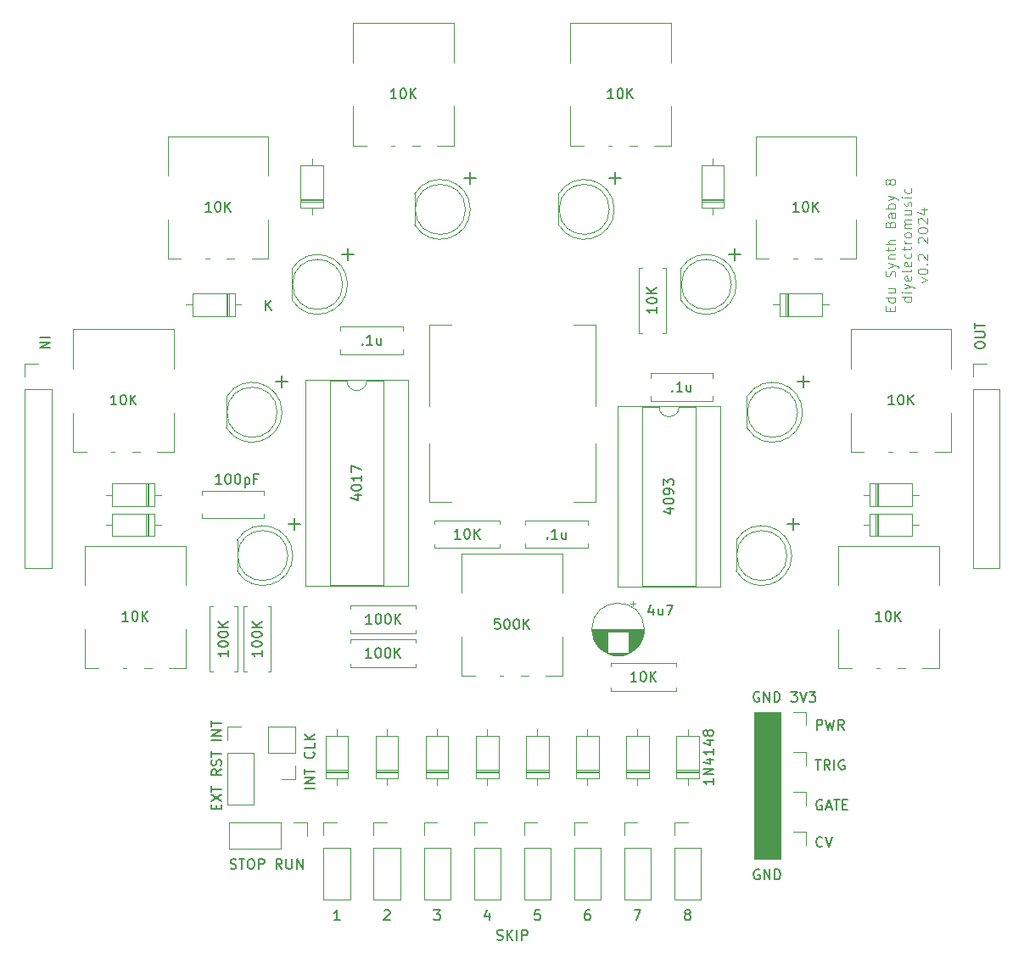
<source format=gbr>
%TF.GenerationSoftware,KiCad,Pcbnew,8.0.4*%
%TF.CreationDate,2024-08-23T11:40:29+01:00*%
%TF.ProjectId,Esp32EduModular-Baby8,45737033-3245-4647-954d-6f64756c6172,rev?*%
%TF.SameCoordinates,Original*%
%TF.FileFunction,Legend,Top*%
%TF.FilePolarity,Positive*%
%FSLAX46Y46*%
G04 Gerber Fmt 4.6, Leading zero omitted, Abs format (unit mm)*
G04 Created by KiCad (PCBNEW 8.0.4) date 2024-08-23 11:40:29*
%MOMM*%
%LPD*%
G01*
G04 APERTURE LIST*
%ADD10C,0.100000*%
%ADD11C,0.187500*%
%ADD12C,0.200000*%
%ADD13C,0.150000*%
%ADD14C,0.120000*%
G04 APERTURE END LIST*
D10*
X124130000Y-124670000D02*
X126730000Y-124670000D01*
X126730000Y-139330000D01*
X124130000Y-139330000D01*
X124130000Y-124670000D01*
G36*
X124130000Y-124670000D02*
G01*
X126730000Y-124670000D01*
X126730000Y-139330000D01*
X124130000Y-139330000D01*
X124130000Y-124670000D01*
G37*
D11*
X95222497Y-71371250D02*
X96365355Y-71371250D01*
X95793926Y-71942678D02*
X95793926Y-70799821D01*
X76426497Y-91691250D02*
X77569355Y-91691250D01*
X76997926Y-92262678D02*
X76997926Y-91119821D01*
D12*
X112166667Y-144452219D02*
X112833333Y-144452219D01*
X112833333Y-144452219D02*
X112404762Y-145452219D01*
D11*
X83030497Y-78991250D02*
X84173355Y-78991250D01*
X83601926Y-79562678D02*
X83601926Y-78419821D01*
D12*
X97690476Y-144785552D02*
X97690476Y-145452219D01*
X97452381Y-144404600D02*
X97214286Y-145118885D01*
X97214286Y-145118885D02*
X97833333Y-145118885D01*
D10*
X137703665Y-84631429D02*
X137703665Y-84298096D01*
X138227475Y-84155239D02*
X138227475Y-84631429D01*
X138227475Y-84631429D02*
X137227475Y-84631429D01*
X137227475Y-84631429D02*
X137227475Y-84155239D01*
X138227475Y-83298096D02*
X137227475Y-83298096D01*
X138179856Y-83298096D02*
X138227475Y-83393334D01*
X138227475Y-83393334D02*
X138227475Y-83583810D01*
X138227475Y-83583810D02*
X138179856Y-83679048D01*
X138179856Y-83679048D02*
X138132236Y-83726667D01*
X138132236Y-83726667D02*
X138036998Y-83774286D01*
X138036998Y-83774286D02*
X137751284Y-83774286D01*
X137751284Y-83774286D02*
X137656046Y-83726667D01*
X137656046Y-83726667D02*
X137608427Y-83679048D01*
X137608427Y-83679048D02*
X137560808Y-83583810D01*
X137560808Y-83583810D02*
X137560808Y-83393334D01*
X137560808Y-83393334D02*
X137608427Y-83298096D01*
X137560808Y-82393334D02*
X138227475Y-82393334D01*
X137560808Y-82821905D02*
X138084617Y-82821905D01*
X138084617Y-82821905D02*
X138179856Y-82774286D01*
X138179856Y-82774286D02*
X138227475Y-82679048D01*
X138227475Y-82679048D02*
X138227475Y-82536191D01*
X138227475Y-82536191D02*
X138179856Y-82440953D01*
X138179856Y-82440953D02*
X138132236Y-82393334D01*
X138179856Y-81202857D02*
X138227475Y-81060000D01*
X138227475Y-81060000D02*
X138227475Y-80821905D01*
X138227475Y-80821905D02*
X138179856Y-80726667D01*
X138179856Y-80726667D02*
X138132236Y-80679048D01*
X138132236Y-80679048D02*
X138036998Y-80631429D01*
X138036998Y-80631429D02*
X137941760Y-80631429D01*
X137941760Y-80631429D02*
X137846522Y-80679048D01*
X137846522Y-80679048D02*
X137798903Y-80726667D01*
X137798903Y-80726667D02*
X137751284Y-80821905D01*
X137751284Y-80821905D02*
X137703665Y-81012381D01*
X137703665Y-81012381D02*
X137656046Y-81107619D01*
X137656046Y-81107619D02*
X137608427Y-81155238D01*
X137608427Y-81155238D02*
X137513189Y-81202857D01*
X137513189Y-81202857D02*
X137417951Y-81202857D01*
X137417951Y-81202857D02*
X137322713Y-81155238D01*
X137322713Y-81155238D02*
X137275094Y-81107619D01*
X137275094Y-81107619D02*
X137227475Y-81012381D01*
X137227475Y-81012381D02*
X137227475Y-80774286D01*
X137227475Y-80774286D02*
X137275094Y-80631429D01*
X137560808Y-80298095D02*
X138227475Y-80060000D01*
X137560808Y-79821905D02*
X138227475Y-80060000D01*
X138227475Y-80060000D02*
X138465570Y-80155238D01*
X138465570Y-80155238D02*
X138513189Y-80202857D01*
X138513189Y-80202857D02*
X138560808Y-80298095D01*
X137560808Y-79440952D02*
X138227475Y-79440952D01*
X137656046Y-79440952D02*
X137608427Y-79393333D01*
X137608427Y-79393333D02*
X137560808Y-79298095D01*
X137560808Y-79298095D02*
X137560808Y-79155238D01*
X137560808Y-79155238D02*
X137608427Y-79060000D01*
X137608427Y-79060000D02*
X137703665Y-79012381D01*
X137703665Y-79012381D02*
X138227475Y-79012381D01*
X137560808Y-78679047D02*
X137560808Y-78298095D01*
X137227475Y-78536190D02*
X138084617Y-78536190D01*
X138084617Y-78536190D02*
X138179856Y-78488571D01*
X138179856Y-78488571D02*
X138227475Y-78393333D01*
X138227475Y-78393333D02*
X138227475Y-78298095D01*
X138227475Y-77964761D02*
X137227475Y-77964761D01*
X138227475Y-77536190D02*
X137703665Y-77536190D01*
X137703665Y-77536190D02*
X137608427Y-77583809D01*
X137608427Y-77583809D02*
X137560808Y-77679047D01*
X137560808Y-77679047D02*
X137560808Y-77821904D01*
X137560808Y-77821904D02*
X137608427Y-77917142D01*
X137608427Y-77917142D02*
X137656046Y-77964761D01*
X137703665Y-75964761D02*
X137751284Y-75821904D01*
X137751284Y-75821904D02*
X137798903Y-75774285D01*
X137798903Y-75774285D02*
X137894141Y-75726666D01*
X137894141Y-75726666D02*
X138036998Y-75726666D01*
X138036998Y-75726666D02*
X138132236Y-75774285D01*
X138132236Y-75774285D02*
X138179856Y-75821904D01*
X138179856Y-75821904D02*
X138227475Y-75917142D01*
X138227475Y-75917142D02*
X138227475Y-76298094D01*
X138227475Y-76298094D02*
X137227475Y-76298094D01*
X137227475Y-76298094D02*
X137227475Y-75964761D01*
X137227475Y-75964761D02*
X137275094Y-75869523D01*
X137275094Y-75869523D02*
X137322713Y-75821904D01*
X137322713Y-75821904D02*
X137417951Y-75774285D01*
X137417951Y-75774285D02*
X137513189Y-75774285D01*
X137513189Y-75774285D02*
X137608427Y-75821904D01*
X137608427Y-75821904D02*
X137656046Y-75869523D01*
X137656046Y-75869523D02*
X137703665Y-75964761D01*
X137703665Y-75964761D02*
X137703665Y-76298094D01*
X138227475Y-74869523D02*
X137703665Y-74869523D01*
X137703665Y-74869523D02*
X137608427Y-74917142D01*
X137608427Y-74917142D02*
X137560808Y-75012380D01*
X137560808Y-75012380D02*
X137560808Y-75202856D01*
X137560808Y-75202856D02*
X137608427Y-75298094D01*
X138179856Y-74869523D02*
X138227475Y-74964761D01*
X138227475Y-74964761D02*
X138227475Y-75202856D01*
X138227475Y-75202856D02*
X138179856Y-75298094D01*
X138179856Y-75298094D02*
X138084617Y-75345713D01*
X138084617Y-75345713D02*
X137989379Y-75345713D01*
X137989379Y-75345713D02*
X137894141Y-75298094D01*
X137894141Y-75298094D02*
X137846522Y-75202856D01*
X137846522Y-75202856D02*
X137846522Y-74964761D01*
X137846522Y-74964761D02*
X137798903Y-74869523D01*
X138227475Y-74393332D02*
X137227475Y-74393332D01*
X137608427Y-74393332D02*
X137560808Y-74298094D01*
X137560808Y-74298094D02*
X137560808Y-74107618D01*
X137560808Y-74107618D02*
X137608427Y-74012380D01*
X137608427Y-74012380D02*
X137656046Y-73964761D01*
X137656046Y-73964761D02*
X137751284Y-73917142D01*
X137751284Y-73917142D02*
X138036998Y-73917142D01*
X138036998Y-73917142D02*
X138132236Y-73964761D01*
X138132236Y-73964761D02*
X138179856Y-74012380D01*
X138179856Y-74012380D02*
X138227475Y-74107618D01*
X138227475Y-74107618D02*
X138227475Y-74298094D01*
X138227475Y-74298094D02*
X138179856Y-74393332D01*
X137560808Y-73583808D02*
X138227475Y-73345713D01*
X137560808Y-73107618D02*
X138227475Y-73345713D01*
X138227475Y-73345713D02*
X138465570Y-73440951D01*
X138465570Y-73440951D02*
X138513189Y-73488570D01*
X138513189Y-73488570D02*
X138560808Y-73583808D01*
X137656046Y-71821903D02*
X137608427Y-71917141D01*
X137608427Y-71917141D02*
X137560808Y-71964760D01*
X137560808Y-71964760D02*
X137465570Y-72012379D01*
X137465570Y-72012379D02*
X137417951Y-72012379D01*
X137417951Y-72012379D02*
X137322713Y-71964760D01*
X137322713Y-71964760D02*
X137275094Y-71917141D01*
X137275094Y-71917141D02*
X137227475Y-71821903D01*
X137227475Y-71821903D02*
X137227475Y-71631427D01*
X137227475Y-71631427D02*
X137275094Y-71536189D01*
X137275094Y-71536189D02*
X137322713Y-71488570D01*
X137322713Y-71488570D02*
X137417951Y-71440951D01*
X137417951Y-71440951D02*
X137465570Y-71440951D01*
X137465570Y-71440951D02*
X137560808Y-71488570D01*
X137560808Y-71488570D02*
X137608427Y-71536189D01*
X137608427Y-71536189D02*
X137656046Y-71631427D01*
X137656046Y-71631427D02*
X137656046Y-71821903D01*
X137656046Y-71821903D02*
X137703665Y-71917141D01*
X137703665Y-71917141D02*
X137751284Y-71964760D01*
X137751284Y-71964760D02*
X137846522Y-72012379D01*
X137846522Y-72012379D02*
X138036998Y-72012379D01*
X138036998Y-72012379D02*
X138132236Y-71964760D01*
X138132236Y-71964760D02*
X138179856Y-71917141D01*
X138179856Y-71917141D02*
X138227475Y-71821903D01*
X138227475Y-71821903D02*
X138227475Y-71631427D01*
X138227475Y-71631427D02*
X138179856Y-71536189D01*
X138179856Y-71536189D02*
X138132236Y-71488570D01*
X138132236Y-71488570D02*
X138036998Y-71440951D01*
X138036998Y-71440951D02*
X137846522Y-71440951D01*
X137846522Y-71440951D02*
X137751284Y-71488570D01*
X137751284Y-71488570D02*
X137703665Y-71536189D01*
X137703665Y-71536189D02*
X137656046Y-71631427D01*
X139837419Y-83250476D02*
X138837419Y-83250476D01*
X139789800Y-83250476D02*
X139837419Y-83345714D01*
X139837419Y-83345714D02*
X139837419Y-83536190D01*
X139837419Y-83536190D02*
X139789800Y-83631428D01*
X139789800Y-83631428D02*
X139742180Y-83679047D01*
X139742180Y-83679047D02*
X139646942Y-83726666D01*
X139646942Y-83726666D02*
X139361228Y-83726666D01*
X139361228Y-83726666D02*
X139265990Y-83679047D01*
X139265990Y-83679047D02*
X139218371Y-83631428D01*
X139218371Y-83631428D02*
X139170752Y-83536190D01*
X139170752Y-83536190D02*
X139170752Y-83345714D01*
X139170752Y-83345714D02*
X139218371Y-83250476D01*
X139837419Y-82774285D02*
X139170752Y-82774285D01*
X138837419Y-82774285D02*
X138885038Y-82821904D01*
X138885038Y-82821904D02*
X138932657Y-82774285D01*
X138932657Y-82774285D02*
X138885038Y-82726666D01*
X138885038Y-82726666D02*
X138837419Y-82774285D01*
X138837419Y-82774285D02*
X138932657Y-82774285D01*
X139170752Y-82393333D02*
X139837419Y-82155238D01*
X139170752Y-81917143D02*
X139837419Y-82155238D01*
X139837419Y-82155238D02*
X140075514Y-82250476D01*
X140075514Y-82250476D02*
X140123133Y-82298095D01*
X140123133Y-82298095D02*
X140170752Y-82393333D01*
X139789800Y-81155238D02*
X139837419Y-81250476D01*
X139837419Y-81250476D02*
X139837419Y-81440952D01*
X139837419Y-81440952D02*
X139789800Y-81536190D01*
X139789800Y-81536190D02*
X139694561Y-81583809D01*
X139694561Y-81583809D02*
X139313609Y-81583809D01*
X139313609Y-81583809D02*
X139218371Y-81536190D01*
X139218371Y-81536190D02*
X139170752Y-81440952D01*
X139170752Y-81440952D02*
X139170752Y-81250476D01*
X139170752Y-81250476D02*
X139218371Y-81155238D01*
X139218371Y-81155238D02*
X139313609Y-81107619D01*
X139313609Y-81107619D02*
X139408847Y-81107619D01*
X139408847Y-81107619D02*
X139504085Y-81583809D01*
X139837419Y-80536190D02*
X139789800Y-80631428D01*
X139789800Y-80631428D02*
X139694561Y-80679047D01*
X139694561Y-80679047D02*
X138837419Y-80679047D01*
X139789800Y-79774285D02*
X139837419Y-79869523D01*
X139837419Y-79869523D02*
X139837419Y-80059999D01*
X139837419Y-80059999D02*
X139789800Y-80155237D01*
X139789800Y-80155237D02*
X139694561Y-80202856D01*
X139694561Y-80202856D02*
X139313609Y-80202856D01*
X139313609Y-80202856D02*
X139218371Y-80155237D01*
X139218371Y-80155237D02*
X139170752Y-80059999D01*
X139170752Y-80059999D02*
X139170752Y-79869523D01*
X139170752Y-79869523D02*
X139218371Y-79774285D01*
X139218371Y-79774285D02*
X139313609Y-79726666D01*
X139313609Y-79726666D02*
X139408847Y-79726666D01*
X139408847Y-79726666D02*
X139504085Y-80202856D01*
X139789800Y-78869523D02*
X139837419Y-78964761D01*
X139837419Y-78964761D02*
X139837419Y-79155237D01*
X139837419Y-79155237D02*
X139789800Y-79250475D01*
X139789800Y-79250475D02*
X139742180Y-79298094D01*
X139742180Y-79298094D02*
X139646942Y-79345713D01*
X139646942Y-79345713D02*
X139361228Y-79345713D01*
X139361228Y-79345713D02*
X139265990Y-79298094D01*
X139265990Y-79298094D02*
X139218371Y-79250475D01*
X139218371Y-79250475D02*
X139170752Y-79155237D01*
X139170752Y-79155237D02*
X139170752Y-78964761D01*
X139170752Y-78964761D02*
X139218371Y-78869523D01*
X139170752Y-78583808D02*
X139170752Y-78202856D01*
X138837419Y-78440951D02*
X139694561Y-78440951D01*
X139694561Y-78440951D02*
X139789800Y-78393332D01*
X139789800Y-78393332D02*
X139837419Y-78298094D01*
X139837419Y-78298094D02*
X139837419Y-78202856D01*
X139837419Y-77869522D02*
X139170752Y-77869522D01*
X139361228Y-77869522D02*
X139265990Y-77821903D01*
X139265990Y-77821903D02*
X139218371Y-77774284D01*
X139218371Y-77774284D02*
X139170752Y-77679046D01*
X139170752Y-77679046D02*
X139170752Y-77583808D01*
X139837419Y-77107617D02*
X139789800Y-77202855D01*
X139789800Y-77202855D02*
X139742180Y-77250474D01*
X139742180Y-77250474D02*
X139646942Y-77298093D01*
X139646942Y-77298093D02*
X139361228Y-77298093D01*
X139361228Y-77298093D02*
X139265990Y-77250474D01*
X139265990Y-77250474D02*
X139218371Y-77202855D01*
X139218371Y-77202855D02*
X139170752Y-77107617D01*
X139170752Y-77107617D02*
X139170752Y-76964760D01*
X139170752Y-76964760D02*
X139218371Y-76869522D01*
X139218371Y-76869522D02*
X139265990Y-76821903D01*
X139265990Y-76821903D02*
X139361228Y-76774284D01*
X139361228Y-76774284D02*
X139646942Y-76774284D01*
X139646942Y-76774284D02*
X139742180Y-76821903D01*
X139742180Y-76821903D02*
X139789800Y-76869522D01*
X139789800Y-76869522D02*
X139837419Y-76964760D01*
X139837419Y-76964760D02*
X139837419Y-77107617D01*
X139837419Y-76345712D02*
X139170752Y-76345712D01*
X139265990Y-76345712D02*
X139218371Y-76298093D01*
X139218371Y-76298093D02*
X139170752Y-76202855D01*
X139170752Y-76202855D02*
X139170752Y-76059998D01*
X139170752Y-76059998D02*
X139218371Y-75964760D01*
X139218371Y-75964760D02*
X139313609Y-75917141D01*
X139313609Y-75917141D02*
X139837419Y-75917141D01*
X139313609Y-75917141D02*
X139218371Y-75869522D01*
X139218371Y-75869522D02*
X139170752Y-75774284D01*
X139170752Y-75774284D02*
X139170752Y-75631427D01*
X139170752Y-75631427D02*
X139218371Y-75536188D01*
X139218371Y-75536188D02*
X139313609Y-75488569D01*
X139313609Y-75488569D02*
X139837419Y-75488569D01*
X139170752Y-74583808D02*
X139837419Y-74583808D01*
X139170752Y-75012379D02*
X139694561Y-75012379D01*
X139694561Y-75012379D02*
X139789800Y-74964760D01*
X139789800Y-74964760D02*
X139837419Y-74869522D01*
X139837419Y-74869522D02*
X139837419Y-74726665D01*
X139837419Y-74726665D02*
X139789800Y-74631427D01*
X139789800Y-74631427D02*
X139742180Y-74583808D01*
X139789800Y-74155236D02*
X139837419Y-74059998D01*
X139837419Y-74059998D02*
X139837419Y-73869522D01*
X139837419Y-73869522D02*
X139789800Y-73774284D01*
X139789800Y-73774284D02*
X139694561Y-73726665D01*
X139694561Y-73726665D02*
X139646942Y-73726665D01*
X139646942Y-73726665D02*
X139551704Y-73774284D01*
X139551704Y-73774284D02*
X139504085Y-73869522D01*
X139504085Y-73869522D02*
X139504085Y-74012379D01*
X139504085Y-74012379D02*
X139456466Y-74107617D01*
X139456466Y-74107617D02*
X139361228Y-74155236D01*
X139361228Y-74155236D02*
X139313609Y-74155236D01*
X139313609Y-74155236D02*
X139218371Y-74107617D01*
X139218371Y-74107617D02*
X139170752Y-74012379D01*
X139170752Y-74012379D02*
X139170752Y-73869522D01*
X139170752Y-73869522D02*
X139218371Y-73774284D01*
X139837419Y-73298093D02*
X139170752Y-73298093D01*
X138837419Y-73298093D02*
X138885038Y-73345712D01*
X138885038Y-73345712D02*
X138932657Y-73298093D01*
X138932657Y-73298093D02*
X138885038Y-73250474D01*
X138885038Y-73250474D02*
X138837419Y-73298093D01*
X138837419Y-73298093D02*
X138932657Y-73298093D01*
X139789800Y-72393332D02*
X139837419Y-72488570D01*
X139837419Y-72488570D02*
X139837419Y-72679046D01*
X139837419Y-72679046D02*
X139789800Y-72774284D01*
X139789800Y-72774284D02*
X139742180Y-72821903D01*
X139742180Y-72821903D02*
X139646942Y-72869522D01*
X139646942Y-72869522D02*
X139361228Y-72869522D01*
X139361228Y-72869522D02*
X139265990Y-72821903D01*
X139265990Y-72821903D02*
X139218371Y-72774284D01*
X139218371Y-72774284D02*
X139170752Y-72679046D01*
X139170752Y-72679046D02*
X139170752Y-72488570D01*
X139170752Y-72488570D02*
X139218371Y-72393332D01*
X140780696Y-81774285D02*
X141447363Y-81536190D01*
X141447363Y-81536190D02*
X140780696Y-81298095D01*
X140447363Y-80726666D02*
X140447363Y-80631428D01*
X140447363Y-80631428D02*
X140494982Y-80536190D01*
X140494982Y-80536190D02*
X140542601Y-80488571D01*
X140542601Y-80488571D02*
X140637839Y-80440952D01*
X140637839Y-80440952D02*
X140828315Y-80393333D01*
X140828315Y-80393333D02*
X141066410Y-80393333D01*
X141066410Y-80393333D02*
X141256886Y-80440952D01*
X141256886Y-80440952D02*
X141352124Y-80488571D01*
X141352124Y-80488571D02*
X141399744Y-80536190D01*
X141399744Y-80536190D02*
X141447363Y-80631428D01*
X141447363Y-80631428D02*
X141447363Y-80726666D01*
X141447363Y-80726666D02*
X141399744Y-80821904D01*
X141399744Y-80821904D02*
X141352124Y-80869523D01*
X141352124Y-80869523D02*
X141256886Y-80917142D01*
X141256886Y-80917142D02*
X141066410Y-80964761D01*
X141066410Y-80964761D02*
X140828315Y-80964761D01*
X140828315Y-80964761D02*
X140637839Y-80917142D01*
X140637839Y-80917142D02*
X140542601Y-80869523D01*
X140542601Y-80869523D02*
X140494982Y-80821904D01*
X140494982Y-80821904D02*
X140447363Y-80726666D01*
X141352124Y-79964761D02*
X141399744Y-79917142D01*
X141399744Y-79917142D02*
X141447363Y-79964761D01*
X141447363Y-79964761D02*
X141399744Y-80012380D01*
X141399744Y-80012380D02*
X141352124Y-79964761D01*
X141352124Y-79964761D02*
X141447363Y-79964761D01*
X140542601Y-79536190D02*
X140494982Y-79488571D01*
X140494982Y-79488571D02*
X140447363Y-79393333D01*
X140447363Y-79393333D02*
X140447363Y-79155238D01*
X140447363Y-79155238D02*
X140494982Y-79060000D01*
X140494982Y-79060000D02*
X140542601Y-79012381D01*
X140542601Y-79012381D02*
X140637839Y-78964762D01*
X140637839Y-78964762D02*
X140733077Y-78964762D01*
X140733077Y-78964762D02*
X140875934Y-79012381D01*
X140875934Y-79012381D02*
X141447363Y-79583809D01*
X141447363Y-79583809D02*
X141447363Y-78964762D01*
X140542601Y-77821904D02*
X140494982Y-77774285D01*
X140494982Y-77774285D02*
X140447363Y-77679047D01*
X140447363Y-77679047D02*
X140447363Y-77440952D01*
X140447363Y-77440952D02*
X140494982Y-77345714D01*
X140494982Y-77345714D02*
X140542601Y-77298095D01*
X140542601Y-77298095D02*
X140637839Y-77250476D01*
X140637839Y-77250476D02*
X140733077Y-77250476D01*
X140733077Y-77250476D02*
X140875934Y-77298095D01*
X140875934Y-77298095D02*
X141447363Y-77869523D01*
X141447363Y-77869523D02*
X141447363Y-77250476D01*
X140447363Y-76631428D02*
X140447363Y-76536190D01*
X140447363Y-76536190D02*
X140494982Y-76440952D01*
X140494982Y-76440952D02*
X140542601Y-76393333D01*
X140542601Y-76393333D02*
X140637839Y-76345714D01*
X140637839Y-76345714D02*
X140828315Y-76298095D01*
X140828315Y-76298095D02*
X141066410Y-76298095D01*
X141066410Y-76298095D02*
X141256886Y-76345714D01*
X141256886Y-76345714D02*
X141352124Y-76393333D01*
X141352124Y-76393333D02*
X141399744Y-76440952D01*
X141399744Y-76440952D02*
X141447363Y-76536190D01*
X141447363Y-76536190D02*
X141447363Y-76631428D01*
X141447363Y-76631428D02*
X141399744Y-76726666D01*
X141399744Y-76726666D02*
X141352124Y-76774285D01*
X141352124Y-76774285D02*
X141256886Y-76821904D01*
X141256886Y-76821904D02*
X141066410Y-76869523D01*
X141066410Y-76869523D02*
X140828315Y-76869523D01*
X140828315Y-76869523D02*
X140637839Y-76821904D01*
X140637839Y-76821904D02*
X140542601Y-76774285D01*
X140542601Y-76774285D02*
X140494982Y-76726666D01*
X140494982Y-76726666D02*
X140447363Y-76631428D01*
X140542601Y-75917142D02*
X140494982Y-75869523D01*
X140494982Y-75869523D02*
X140447363Y-75774285D01*
X140447363Y-75774285D02*
X140447363Y-75536190D01*
X140447363Y-75536190D02*
X140494982Y-75440952D01*
X140494982Y-75440952D02*
X140542601Y-75393333D01*
X140542601Y-75393333D02*
X140637839Y-75345714D01*
X140637839Y-75345714D02*
X140733077Y-75345714D01*
X140733077Y-75345714D02*
X140875934Y-75393333D01*
X140875934Y-75393333D02*
X141447363Y-75964761D01*
X141447363Y-75964761D02*
X141447363Y-75345714D01*
X140780696Y-74488571D02*
X141447363Y-74488571D01*
X140399744Y-74726666D02*
X141114029Y-74964761D01*
X141114029Y-74964761D02*
X141114029Y-74345714D01*
D12*
X130226816Y-129452219D02*
X130798244Y-129452219D01*
X130512530Y-130452219D02*
X130512530Y-129452219D01*
X131703006Y-130452219D02*
X131369673Y-129976028D01*
X131131578Y-130452219D02*
X131131578Y-129452219D01*
X131131578Y-129452219D02*
X131512530Y-129452219D01*
X131512530Y-129452219D02*
X131607768Y-129499838D01*
X131607768Y-129499838D02*
X131655387Y-129547457D01*
X131655387Y-129547457D02*
X131703006Y-129642695D01*
X131703006Y-129642695D02*
X131703006Y-129785552D01*
X131703006Y-129785552D02*
X131655387Y-129880790D01*
X131655387Y-129880790D02*
X131607768Y-129928409D01*
X131607768Y-129928409D02*
X131512530Y-129976028D01*
X131512530Y-129976028D02*
X131131578Y-129976028D01*
X132131578Y-130452219D02*
X132131578Y-129452219D01*
X133131577Y-129499838D02*
X133036339Y-129452219D01*
X133036339Y-129452219D02*
X132893482Y-129452219D01*
X132893482Y-129452219D02*
X132750625Y-129499838D01*
X132750625Y-129499838D02*
X132655387Y-129595076D01*
X132655387Y-129595076D02*
X132607768Y-129690314D01*
X132607768Y-129690314D02*
X132560149Y-129880790D01*
X132560149Y-129880790D02*
X132560149Y-130023647D01*
X132560149Y-130023647D02*
X132607768Y-130214123D01*
X132607768Y-130214123D02*
X132655387Y-130309361D01*
X132655387Y-130309361D02*
X132750625Y-130404600D01*
X132750625Y-130404600D02*
X132893482Y-130452219D01*
X132893482Y-130452219D02*
X132988720Y-130452219D01*
X132988720Y-130452219D02*
X133131577Y-130404600D01*
X133131577Y-130404600D02*
X133179196Y-130356980D01*
X133179196Y-130356980D02*
X133179196Y-130023647D01*
X133179196Y-130023647D02*
X132988720Y-130023647D01*
X107690476Y-144452219D02*
X107500000Y-144452219D01*
X107500000Y-144452219D02*
X107404762Y-144499838D01*
X107404762Y-144499838D02*
X107357143Y-144547457D01*
X107357143Y-144547457D02*
X107261905Y-144690314D01*
X107261905Y-144690314D02*
X107214286Y-144880790D01*
X107214286Y-144880790D02*
X107214286Y-145261742D01*
X107214286Y-145261742D02*
X107261905Y-145356980D01*
X107261905Y-145356980D02*
X107309524Y-145404600D01*
X107309524Y-145404600D02*
X107404762Y-145452219D01*
X107404762Y-145452219D02*
X107595238Y-145452219D01*
X107595238Y-145452219D02*
X107690476Y-145404600D01*
X107690476Y-145404600D02*
X107738095Y-145356980D01*
X107738095Y-145356980D02*
X107785714Y-145261742D01*
X107785714Y-145261742D02*
X107785714Y-145023647D01*
X107785714Y-145023647D02*
X107738095Y-144928409D01*
X107738095Y-144928409D02*
X107690476Y-144880790D01*
X107690476Y-144880790D02*
X107595238Y-144833171D01*
X107595238Y-144833171D02*
X107404762Y-144833171D01*
X107404762Y-144833171D02*
X107309524Y-144880790D01*
X107309524Y-144880790D02*
X107261905Y-144928409D01*
X107261905Y-144928409D02*
X107214286Y-145023647D01*
X124658095Y-140449838D02*
X124562857Y-140402219D01*
X124562857Y-140402219D02*
X124420000Y-140402219D01*
X124420000Y-140402219D02*
X124277143Y-140449838D01*
X124277143Y-140449838D02*
X124181905Y-140545076D01*
X124181905Y-140545076D02*
X124134286Y-140640314D01*
X124134286Y-140640314D02*
X124086667Y-140830790D01*
X124086667Y-140830790D02*
X124086667Y-140973647D01*
X124086667Y-140973647D02*
X124134286Y-141164123D01*
X124134286Y-141164123D02*
X124181905Y-141259361D01*
X124181905Y-141259361D02*
X124277143Y-141354600D01*
X124277143Y-141354600D02*
X124420000Y-141402219D01*
X124420000Y-141402219D02*
X124515238Y-141402219D01*
X124515238Y-141402219D02*
X124658095Y-141354600D01*
X124658095Y-141354600D02*
X124705714Y-141306980D01*
X124705714Y-141306980D02*
X124705714Y-140973647D01*
X124705714Y-140973647D02*
X124515238Y-140973647D01*
X125134286Y-141402219D02*
X125134286Y-140402219D01*
X125134286Y-140402219D02*
X125705714Y-141402219D01*
X125705714Y-141402219D02*
X125705714Y-140402219D01*
X126181905Y-141402219D02*
X126181905Y-140402219D01*
X126181905Y-140402219D02*
X126420000Y-140402219D01*
X126420000Y-140402219D02*
X126562857Y-140449838D01*
X126562857Y-140449838D02*
X126658095Y-140545076D01*
X126658095Y-140545076D02*
X126705714Y-140640314D01*
X126705714Y-140640314D02*
X126753333Y-140830790D01*
X126753333Y-140830790D02*
X126753333Y-140973647D01*
X126753333Y-140973647D02*
X126705714Y-141164123D01*
X126705714Y-141164123D02*
X126658095Y-141259361D01*
X126658095Y-141259361D02*
X126562857Y-141354600D01*
X126562857Y-141354600D02*
X126420000Y-141402219D01*
X126420000Y-141402219D02*
X126181905Y-141402219D01*
X98476191Y-147404600D02*
X98619048Y-147452219D01*
X98619048Y-147452219D02*
X98857143Y-147452219D01*
X98857143Y-147452219D02*
X98952381Y-147404600D01*
X98952381Y-147404600D02*
X99000000Y-147356980D01*
X99000000Y-147356980D02*
X99047619Y-147261742D01*
X99047619Y-147261742D02*
X99047619Y-147166504D01*
X99047619Y-147166504D02*
X99000000Y-147071266D01*
X99000000Y-147071266D02*
X98952381Y-147023647D01*
X98952381Y-147023647D02*
X98857143Y-146976028D01*
X98857143Y-146976028D02*
X98666667Y-146928409D01*
X98666667Y-146928409D02*
X98571429Y-146880790D01*
X98571429Y-146880790D02*
X98523810Y-146833171D01*
X98523810Y-146833171D02*
X98476191Y-146737933D01*
X98476191Y-146737933D02*
X98476191Y-146642695D01*
X98476191Y-146642695D02*
X98523810Y-146547457D01*
X98523810Y-146547457D02*
X98571429Y-146499838D01*
X98571429Y-146499838D02*
X98666667Y-146452219D01*
X98666667Y-146452219D02*
X98904762Y-146452219D01*
X98904762Y-146452219D02*
X99047619Y-146499838D01*
X99476191Y-147452219D02*
X99476191Y-146452219D01*
X100047619Y-147452219D02*
X99619048Y-146880790D01*
X100047619Y-146452219D02*
X99476191Y-147023647D01*
X100476191Y-147452219D02*
X100476191Y-146452219D01*
X100952381Y-147452219D02*
X100952381Y-146452219D01*
X100952381Y-146452219D02*
X101333333Y-146452219D01*
X101333333Y-146452219D02*
X101428571Y-146499838D01*
X101428571Y-146499838D02*
X101476190Y-146547457D01*
X101476190Y-146547457D02*
X101523809Y-146642695D01*
X101523809Y-146642695D02*
X101523809Y-146785552D01*
X101523809Y-146785552D02*
X101476190Y-146880790D01*
X101476190Y-146880790D02*
X101428571Y-146928409D01*
X101428571Y-146928409D02*
X101333333Y-146976028D01*
X101333333Y-146976028D02*
X100952381Y-146976028D01*
X80247219Y-132300475D02*
X79247219Y-132300475D01*
X80247219Y-131824285D02*
X79247219Y-131824285D01*
X79247219Y-131824285D02*
X80247219Y-131252857D01*
X80247219Y-131252857D02*
X79247219Y-131252857D01*
X79247219Y-130919523D02*
X79247219Y-130348095D01*
X80247219Y-130633809D02*
X79247219Y-130633809D01*
X80151980Y-128681428D02*
X80199600Y-128729047D01*
X80199600Y-128729047D02*
X80247219Y-128871904D01*
X80247219Y-128871904D02*
X80247219Y-128967142D01*
X80247219Y-128967142D02*
X80199600Y-129109999D01*
X80199600Y-129109999D02*
X80104361Y-129205237D01*
X80104361Y-129205237D02*
X80009123Y-129252856D01*
X80009123Y-129252856D02*
X79818647Y-129300475D01*
X79818647Y-129300475D02*
X79675790Y-129300475D01*
X79675790Y-129300475D02*
X79485314Y-129252856D01*
X79485314Y-129252856D02*
X79390076Y-129205237D01*
X79390076Y-129205237D02*
X79294838Y-129109999D01*
X79294838Y-129109999D02*
X79247219Y-128967142D01*
X79247219Y-128967142D02*
X79247219Y-128871904D01*
X79247219Y-128871904D02*
X79294838Y-128729047D01*
X79294838Y-128729047D02*
X79342457Y-128681428D01*
X80247219Y-127776666D02*
X80247219Y-128252856D01*
X80247219Y-128252856D02*
X79247219Y-128252856D01*
X80247219Y-127443332D02*
X79247219Y-127443332D01*
X80247219Y-126871904D02*
X79675790Y-127300475D01*
X79247219Y-126871904D02*
X79818647Y-127443332D01*
X130369673Y-126452219D02*
X130369673Y-125452219D01*
X130369673Y-125452219D02*
X130750625Y-125452219D01*
X130750625Y-125452219D02*
X130845863Y-125499838D01*
X130845863Y-125499838D02*
X130893482Y-125547457D01*
X130893482Y-125547457D02*
X130941101Y-125642695D01*
X130941101Y-125642695D02*
X130941101Y-125785552D01*
X130941101Y-125785552D02*
X130893482Y-125880790D01*
X130893482Y-125880790D02*
X130845863Y-125928409D01*
X130845863Y-125928409D02*
X130750625Y-125976028D01*
X130750625Y-125976028D02*
X130369673Y-125976028D01*
X131274435Y-125452219D02*
X131512530Y-126452219D01*
X131512530Y-126452219D02*
X131703006Y-125737933D01*
X131703006Y-125737933D02*
X131893482Y-126452219D01*
X131893482Y-126452219D02*
X132131578Y-125452219D01*
X133083958Y-126452219D02*
X132750625Y-125976028D01*
X132512530Y-126452219D02*
X132512530Y-125452219D01*
X132512530Y-125452219D02*
X132893482Y-125452219D01*
X132893482Y-125452219D02*
X132988720Y-125499838D01*
X132988720Y-125499838D02*
X133036339Y-125547457D01*
X133036339Y-125547457D02*
X133083958Y-125642695D01*
X133083958Y-125642695D02*
X133083958Y-125785552D01*
X133083958Y-125785552D02*
X133036339Y-125880790D01*
X133036339Y-125880790D02*
X132988720Y-125928409D01*
X132988720Y-125928409D02*
X132893482Y-125976028D01*
X132893482Y-125976028D02*
X132512530Y-125976028D01*
X102738095Y-144452219D02*
X102261905Y-144452219D01*
X102261905Y-144452219D02*
X102214286Y-144928409D01*
X102214286Y-144928409D02*
X102261905Y-144880790D01*
X102261905Y-144880790D02*
X102357143Y-144833171D01*
X102357143Y-144833171D02*
X102595238Y-144833171D01*
X102595238Y-144833171D02*
X102690476Y-144880790D01*
X102690476Y-144880790D02*
X102738095Y-144928409D01*
X102738095Y-144928409D02*
X102785714Y-145023647D01*
X102785714Y-145023647D02*
X102785714Y-145261742D01*
X102785714Y-145261742D02*
X102738095Y-145356980D01*
X102738095Y-145356980D02*
X102690476Y-145404600D01*
X102690476Y-145404600D02*
X102595238Y-145452219D01*
X102595238Y-145452219D02*
X102357143Y-145452219D01*
X102357143Y-145452219D02*
X102261905Y-145404600D01*
X102261905Y-145404600D02*
X102214286Y-145356980D01*
X70441409Y-134366333D02*
X70441409Y-134033000D01*
X70965219Y-133890143D02*
X70965219Y-134366333D01*
X70965219Y-134366333D02*
X69965219Y-134366333D01*
X69965219Y-134366333D02*
X69965219Y-133890143D01*
X69965219Y-133556809D02*
X70965219Y-132890143D01*
X69965219Y-132890143D02*
X70965219Y-133556809D01*
X69965219Y-132652047D02*
X69965219Y-132080619D01*
X70965219Y-132366333D02*
X69965219Y-132366333D01*
X70965219Y-130413952D02*
X70489028Y-130747285D01*
X70965219Y-130985380D02*
X69965219Y-130985380D01*
X69965219Y-130985380D02*
X69965219Y-130604428D01*
X69965219Y-130604428D02*
X70012838Y-130509190D01*
X70012838Y-130509190D02*
X70060457Y-130461571D01*
X70060457Y-130461571D02*
X70155695Y-130413952D01*
X70155695Y-130413952D02*
X70298552Y-130413952D01*
X70298552Y-130413952D02*
X70393790Y-130461571D01*
X70393790Y-130461571D02*
X70441409Y-130509190D01*
X70441409Y-130509190D02*
X70489028Y-130604428D01*
X70489028Y-130604428D02*
X70489028Y-130985380D01*
X70917600Y-130032999D02*
X70965219Y-129890142D01*
X70965219Y-129890142D02*
X70965219Y-129652047D01*
X70965219Y-129652047D02*
X70917600Y-129556809D01*
X70917600Y-129556809D02*
X70869980Y-129509190D01*
X70869980Y-129509190D02*
X70774742Y-129461571D01*
X70774742Y-129461571D02*
X70679504Y-129461571D01*
X70679504Y-129461571D02*
X70584266Y-129509190D01*
X70584266Y-129509190D02*
X70536647Y-129556809D01*
X70536647Y-129556809D02*
X70489028Y-129652047D01*
X70489028Y-129652047D02*
X70441409Y-129842523D01*
X70441409Y-129842523D02*
X70393790Y-129937761D01*
X70393790Y-129937761D02*
X70346171Y-129985380D01*
X70346171Y-129985380D02*
X70250933Y-130032999D01*
X70250933Y-130032999D02*
X70155695Y-130032999D01*
X70155695Y-130032999D02*
X70060457Y-129985380D01*
X70060457Y-129985380D02*
X70012838Y-129937761D01*
X70012838Y-129937761D02*
X69965219Y-129842523D01*
X69965219Y-129842523D02*
X69965219Y-129604428D01*
X69965219Y-129604428D02*
X70012838Y-129461571D01*
X69965219Y-129175856D02*
X69965219Y-128604428D01*
X70965219Y-128890142D02*
X69965219Y-128890142D01*
X70965219Y-127509189D02*
X69965219Y-127509189D01*
X70965219Y-127032999D02*
X69965219Y-127032999D01*
X69965219Y-127032999D02*
X70965219Y-126461571D01*
X70965219Y-126461571D02*
X69965219Y-126461571D01*
X69965219Y-126128237D02*
X69965219Y-125556809D01*
X70965219Y-125842523D02*
X69965219Y-125842523D01*
D11*
X109700497Y-71371250D02*
X110843355Y-71371250D01*
X110271926Y-71942678D02*
X110271926Y-70799821D01*
D12*
X92166667Y-144452219D02*
X92785714Y-144452219D01*
X92785714Y-144452219D02*
X92452381Y-144833171D01*
X92452381Y-144833171D02*
X92595238Y-144833171D01*
X92595238Y-144833171D02*
X92690476Y-144880790D01*
X92690476Y-144880790D02*
X92738095Y-144928409D01*
X92738095Y-144928409D02*
X92785714Y-145023647D01*
X92785714Y-145023647D02*
X92785714Y-145261742D01*
X92785714Y-145261742D02*
X92738095Y-145356980D01*
X92738095Y-145356980D02*
X92690476Y-145404600D01*
X92690476Y-145404600D02*
X92595238Y-145452219D01*
X92595238Y-145452219D02*
X92309524Y-145452219D01*
X92309524Y-145452219D02*
X92214286Y-145404600D01*
X92214286Y-145404600D02*
X92166667Y-145356980D01*
X87214286Y-144547457D02*
X87261905Y-144499838D01*
X87261905Y-144499838D02*
X87357143Y-144452219D01*
X87357143Y-144452219D02*
X87595238Y-144452219D01*
X87595238Y-144452219D02*
X87690476Y-144499838D01*
X87690476Y-144499838D02*
X87738095Y-144547457D01*
X87738095Y-144547457D02*
X87785714Y-144642695D01*
X87785714Y-144642695D02*
X87785714Y-144737933D01*
X87785714Y-144737933D02*
X87738095Y-144880790D01*
X87738095Y-144880790D02*
X87166667Y-145452219D01*
X87166667Y-145452219D02*
X87785714Y-145452219D01*
X71870952Y-140309600D02*
X72013809Y-140357219D01*
X72013809Y-140357219D02*
X72251904Y-140357219D01*
X72251904Y-140357219D02*
X72347142Y-140309600D01*
X72347142Y-140309600D02*
X72394761Y-140261980D01*
X72394761Y-140261980D02*
X72442380Y-140166742D01*
X72442380Y-140166742D02*
X72442380Y-140071504D01*
X72442380Y-140071504D02*
X72394761Y-139976266D01*
X72394761Y-139976266D02*
X72347142Y-139928647D01*
X72347142Y-139928647D02*
X72251904Y-139881028D01*
X72251904Y-139881028D02*
X72061428Y-139833409D01*
X72061428Y-139833409D02*
X71966190Y-139785790D01*
X71966190Y-139785790D02*
X71918571Y-139738171D01*
X71918571Y-139738171D02*
X71870952Y-139642933D01*
X71870952Y-139642933D02*
X71870952Y-139547695D01*
X71870952Y-139547695D02*
X71918571Y-139452457D01*
X71918571Y-139452457D02*
X71966190Y-139404838D01*
X71966190Y-139404838D02*
X72061428Y-139357219D01*
X72061428Y-139357219D02*
X72299523Y-139357219D01*
X72299523Y-139357219D02*
X72442380Y-139404838D01*
X72728095Y-139357219D02*
X73299523Y-139357219D01*
X73013809Y-140357219D02*
X73013809Y-139357219D01*
X73823333Y-139357219D02*
X74013809Y-139357219D01*
X74013809Y-139357219D02*
X74109047Y-139404838D01*
X74109047Y-139404838D02*
X74204285Y-139500076D01*
X74204285Y-139500076D02*
X74251904Y-139690552D01*
X74251904Y-139690552D02*
X74251904Y-140023885D01*
X74251904Y-140023885D02*
X74204285Y-140214361D01*
X74204285Y-140214361D02*
X74109047Y-140309600D01*
X74109047Y-140309600D02*
X74013809Y-140357219D01*
X74013809Y-140357219D02*
X73823333Y-140357219D01*
X73823333Y-140357219D02*
X73728095Y-140309600D01*
X73728095Y-140309600D02*
X73632857Y-140214361D01*
X73632857Y-140214361D02*
X73585238Y-140023885D01*
X73585238Y-140023885D02*
X73585238Y-139690552D01*
X73585238Y-139690552D02*
X73632857Y-139500076D01*
X73632857Y-139500076D02*
X73728095Y-139404838D01*
X73728095Y-139404838D02*
X73823333Y-139357219D01*
X74680476Y-140357219D02*
X74680476Y-139357219D01*
X74680476Y-139357219D02*
X75061428Y-139357219D01*
X75061428Y-139357219D02*
X75156666Y-139404838D01*
X75156666Y-139404838D02*
X75204285Y-139452457D01*
X75204285Y-139452457D02*
X75251904Y-139547695D01*
X75251904Y-139547695D02*
X75251904Y-139690552D01*
X75251904Y-139690552D02*
X75204285Y-139785790D01*
X75204285Y-139785790D02*
X75156666Y-139833409D01*
X75156666Y-139833409D02*
X75061428Y-139881028D01*
X75061428Y-139881028D02*
X74680476Y-139881028D01*
X77013809Y-140357219D02*
X76680476Y-139881028D01*
X76442381Y-140357219D02*
X76442381Y-139357219D01*
X76442381Y-139357219D02*
X76823333Y-139357219D01*
X76823333Y-139357219D02*
X76918571Y-139404838D01*
X76918571Y-139404838D02*
X76966190Y-139452457D01*
X76966190Y-139452457D02*
X77013809Y-139547695D01*
X77013809Y-139547695D02*
X77013809Y-139690552D01*
X77013809Y-139690552D02*
X76966190Y-139785790D01*
X76966190Y-139785790D02*
X76918571Y-139833409D01*
X76918571Y-139833409D02*
X76823333Y-139881028D01*
X76823333Y-139881028D02*
X76442381Y-139881028D01*
X77442381Y-139357219D02*
X77442381Y-140166742D01*
X77442381Y-140166742D02*
X77490000Y-140261980D01*
X77490000Y-140261980D02*
X77537619Y-140309600D01*
X77537619Y-140309600D02*
X77632857Y-140357219D01*
X77632857Y-140357219D02*
X77823333Y-140357219D01*
X77823333Y-140357219D02*
X77918571Y-140309600D01*
X77918571Y-140309600D02*
X77966190Y-140261980D01*
X77966190Y-140261980D02*
X78013809Y-140166742D01*
X78013809Y-140166742D02*
X78013809Y-139357219D01*
X78490000Y-140357219D02*
X78490000Y-139357219D01*
X78490000Y-139357219D02*
X79061428Y-140357219D01*
X79061428Y-140357219D02*
X79061428Y-139357219D01*
D11*
X128496497Y-91691250D02*
X129639355Y-91691250D01*
X129067926Y-92262678D02*
X129067926Y-91119821D01*
D12*
X146152219Y-88139850D02*
X146152219Y-87949374D01*
X146152219Y-87949374D02*
X146199838Y-87854136D01*
X146199838Y-87854136D02*
X146295076Y-87758898D01*
X146295076Y-87758898D02*
X146485552Y-87711279D01*
X146485552Y-87711279D02*
X146818885Y-87711279D01*
X146818885Y-87711279D02*
X147009361Y-87758898D01*
X147009361Y-87758898D02*
X147104600Y-87854136D01*
X147104600Y-87854136D02*
X147152219Y-87949374D01*
X147152219Y-87949374D02*
X147152219Y-88139850D01*
X147152219Y-88139850D02*
X147104600Y-88235088D01*
X147104600Y-88235088D02*
X147009361Y-88330326D01*
X147009361Y-88330326D02*
X146818885Y-88377945D01*
X146818885Y-88377945D02*
X146485552Y-88377945D01*
X146485552Y-88377945D02*
X146295076Y-88330326D01*
X146295076Y-88330326D02*
X146199838Y-88235088D01*
X146199838Y-88235088D02*
X146152219Y-88139850D01*
X146152219Y-87282707D02*
X146961742Y-87282707D01*
X146961742Y-87282707D02*
X147056980Y-87235088D01*
X147056980Y-87235088D02*
X147104600Y-87187469D01*
X147104600Y-87187469D02*
X147152219Y-87092231D01*
X147152219Y-87092231D02*
X147152219Y-86901755D01*
X147152219Y-86901755D02*
X147104600Y-86806517D01*
X147104600Y-86806517D02*
X147056980Y-86758898D01*
X147056980Y-86758898D02*
X146961742Y-86711279D01*
X146961742Y-86711279D02*
X146152219Y-86711279D01*
X146152219Y-86377945D02*
X146152219Y-85806517D01*
X147152219Y-86092231D02*
X146152219Y-86092231D01*
D11*
X127480497Y-105915250D02*
X128623355Y-105915250D01*
X128051926Y-106486678D02*
X128051926Y-105343821D01*
D12*
X82785714Y-145452219D02*
X82214286Y-145452219D01*
X82500000Y-145452219D02*
X82500000Y-144452219D01*
X82500000Y-144452219D02*
X82404762Y-144595076D01*
X82404762Y-144595076D02*
X82309524Y-144690314D01*
X82309524Y-144690314D02*
X82214286Y-144737933D01*
D11*
X121638497Y-78991250D02*
X122781355Y-78991250D01*
X122209926Y-79562678D02*
X122209926Y-78419821D01*
X77696497Y-105915250D02*
X78839355Y-105915250D01*
X78267926Y-106486678D02*
X78267926Y-105343821D01*
D12*
X124626190Y-122699838D02*
X124530952Y-122652219D01*
X124530952Y-122652219D02*
X124388095Y-122652219D01*
X124388095Y-122652219D02*
X124245238Y-122699838D01*
X124245238Y-122699838D02*
X124150000Y-122795076D01*
X124150000Y-122795076D02*
X124102381Y-122890314D01*
X124102381Y-122890314D02*
X124054762Y-123080790D01*
X124054762Y-123080790D02*
X124054762Y-123223647D01*
X124054762Y-123223647D02*
X124102381Y-123414123D01*
X124102381Y-123414123D02*
X124150000Y-123509361D01*
X124150000Y-123509361D02*
X124245238Y-123604600D01*
X124245238Y-123604600D02*
X124388095Y-123652219D01*
X124388095Y-123652219D02*
X124483333Y-123652219D01*
X124483333Y-123652219D02*
X124626190Y-123604600D01*
X124626190Y-123604600D02*
X124673809Y-123556980D01*
X124673809Y-123556980D02*
X124673809Y-123223647D01*
X124673809Y-123223647D02*
X124483333Y-123223647D01*
X125102381Y-123652219D02*
X125102381Y-122652219D01*
X125102381Y-122652219D02*
X125673809Y-123652219D01*
X125673809Y-123652219D02*
X125673809Y-122652219D01*
X126150000Y-123652219D02*
X126150000Y-122652219D01*
X126150000Y-122652219D02*
X126388095Y-122652219D01*
X126388095Y-122652219D02*
X126530952Y-122699838D01*
X126530952Y-122699838D02*
X126626190Y-122795076D01*
X126626190Y-122795076D02*
X126673809Y-122890314D01*
X126673809Y-122890314D02*
X126721428Y-123080790D01*
X126721428Y-123080790D02*
X126721428Y-123223647D01*
X126721428Y-123223647D02*
X126673809Y-123414123D01*
X126673809Y-123414123D02*
X126626190Y-123509361D01*
X126626190Y-123509361D02*
X126530952Y-123604600D01*
X126530952Y-123604600D02*
X126388095Y-123652219D01*
X126388095Y-123652219D02*
X126150000Y-123652219D01*
X127816667Y-122652219D02*
X128435714Y-122652219D01*
X128435714Y-122652219D02*
X128102381Y-123033171D01*
X128102381Y-123033171D02*
X128245238Y-123033171D01*
X128245238Y-123033171D02*
X128340476Y-123080790D01*
X128340476Y-123080790D02*
X128388095Y-123128409D01*
X128388095Y-123128409D02*
X128435714Y-123223647D01*
X128435714Y-123223647D02*
X128435714Y-123461742D01*
X128435714Y-123461742D02*
X128388095Y-123556980D01*
X128388095Y-123556980D02*
X128340476Y-123604600D01*
X128340476Y-123604600D02*
X128245238Y-123652219D01*
X128245238Y-123652219D02*
X127959524Y-123652219D01*
X127959524Y-123652219D02*
X127864286Y-123604600D01*
X127864286Y-123604600D02*
X127816667Y-123556980D01*
X128721429Y-122652219D02*
X129054762Y-123652219D01*
X129054762Y-123652219D02*
X129388095Y-122652219D01*
X129626191Y-122652219D02*
X130245238Y-122652219D01*
X130245238Y-122652219D02*
X129911905Y-123033171D01*
X129911905Y-123033171D02*
X130054762Y-123033171D01*
X130054762Y-123033171D02*
X130150000Y-123080790D01*
X130150000Y-123080790D02*
X130197619Y-123128409D01*
X130197619Y-123128409D02*
X130245238Y-123223647D01*
X130245238Y-123223647D02*
X130245238Y-123461742D01*
X130245238Y-123461742D02*
X130197619Y-123556980D01*
X130197619Y-123556980D02*
X130150000Y-123604600D01*
X130150000Y-123604600D02*
X130054762Y-123652219D01*
X130054762Y-123652219D02*
X129769048Y-123652219D01*
X129769048Y-123652219D02*
X129673810Y-123604600D01*
X129673810Y-123604600D02*
X129626191Y-123556980D01*
X130893482Y-133499838D02*
X130798244Y-133452219D01*
X130798244Y-133452219D02*
X130655387Y-133452219D01*
X130655387Y-133452219D02*
X130512530Y-133499838D01*
X130512530Y-133499838D02*
X130417292Y-133595076D01*
X130417292Y-133595076D02*
X130369673Y-133690314D01*
X130369673Y-133690314D02*
X130322054Y-133880790D01*
X130322054Y-133880790D02*
X130322054Y-134023647D01*
X130322054Y-134023647D02*
X130369673Y-134214123D01*
X130369673Y-134214123D02*
X130417292Y-134309361D01*
X130417292Y-134309361D02*
X130512530Y-134404600D01*
X130512530Y-134404600D02*
X130655387Y-134452219D01*
X130655387Y-134452219D02*
X130750625Y-134452219D01*
X130750625Y-134452219D02*
X130893482Y-134404600D01*
X130893482Y-134404600D02*
X130941101Y-134356980D01*
X130941101Y-134356980D02*
X130941101Y-134023647D01*
X130941101Y-134023647D02*
X130750625Y-134023647D01*
X131322054Y-134166504D02*
X131798244Y-134166504D01*
X131226816Y-134452219D02*
X131560149Y-133452219D01*
X131560149Y-133452219D02*
X131893482Y-134452219D01*
X132083959Y-133452219D02*
X132655387Y-133452219D01*
X132369673Y-134452219D02*
X132369673Y-133452219D01*
X132988721Y-133928409D02*
X133322054Y-133928409D01*
X133464911Y-134452219D02*
X132988721Y-134452219D01*
X132988721Y-134452219D02*
X132988721Y-133452219D01*
X132988721Y-133452219D02*
X133464911Y-133452219D01*
X117404762Y-144880790D02*
X117309524Y-144833171D01*
X117309524Y-144833171D02*
X117261905Y-144785552D01*
X117261905Y-144785552D02*
X117214286Y-144690314D01*
X117214286Y-144690314D02*
X117214286Y-144642695D01*
X117214286Y-144642695D02*
X117261905Y-144547457D01*
X117261905Y-144547457D02*
X117309524Y-144499838D01*
X117309524Y-144499838D02*
X117404762Y-144452219D01*
X117404762Y-144452219D02*
X117595238Y-144452219D01*
X117595238Y-144452219D02*
X117690476Y-144499838D01*
X117690476Y-144499838D02*
X117738095Y-144547457D01*
X117738095Y-144547457D02*
X117785714Y-144642695D01*
X117785714Y-144642695D02*
X117785714Y-144690314D01*
X117785714Y-144690314D02*
X117738095Y-144785552D01*
X117738095Y-144785552D02*
X117690476Y-144833171D01*
X117690476Y-144833171D02*
X117595238Y-144880790D01*
X117595238Y-144880790D02*
X117404762Y-144880790D01*
X117404762Y-144880790D02*
X117309524Y-144928409D01*
X117309524Y-144928409D02*
X117261905Y-144976028D01*
X117261905Y-144976028D02*
X117214286Y-145071266D01*
X117214286Y-145071266D02*
X117214286Y-145261742D01*
X117214286Y-145261742D02*
X117261905Y-145356980D01*
X117261905Y-145356980D02*
X117309524Y-145404600D01*
X117309524Y-145404600D02*
X117404762Y-145452219D01*
X117404762Y-145452219D02*
X117595238Y-145452219D01*
X117595238Y-145452219D02*
X117690476Y-145404600D01*
X117690476Y-145404600D02*
X117738095Y-145356980D01*
X117738095Y-145356980D02*
X117785714Y-145261742D01*
X117785714Y-145261742D02*
X117785714Y-145071266D01*
X117785714Y-145071266D02*
X117738095Y-144976028D01*
X117738095Y-144976028D02*
X117690476Y-144928409D01*
X117690476Y-144928409D02*
X117595238Y-144880790D01*
X130941101Y-138056980D02*
X130893482Y-138104600D01*
X130893482Y-138104600D02*
X130750625Y-138152219D01*
X130750625Y-138152219D02*
X130655387Y-138152219D01*
X130655387Y-138152219D02*
X130512530Y-138104600D01*
X130512530Y-138104600D02*
X130417292Y-138009361D01*
X130417292Y-138009361D02*
X130369673Y-137914123D01*
X130369673Y-137914123D02*
X130322054Y-137723647D01*
X130322054Y-137723647D02*
X130322054Y-137580790D01*
X130322054Y-137580790D02*
X130369673Y-137390314D01*
X130369673Y-137390314D02*
X130417292Y-137295076D01*
X130417292Y-137295076D02*
X130512530Y-137199838D01*
X130512530Y-137199838D02*
X130655387Y-137152219D01*
X130655387Y-137152219D02*
X130750625Y-137152219D01*
X130750625Y-137152219D02*
X130893482Y-137199838D01*
X130893482Y-137199838D02*
X130941101Y-137247457D01*
X131226816Y-137152219D02*
X131560149Y-138152219D01*
X131560149Y-138152219D02*
X131893482Y-137152219D01*
X52847780Y-87282708D02*
X53847780Y-87282708D01*
X52847780Y-87758898D02*
X53847780Y-87758898D01*
X53847780Y-87758898D02*
X52847780Y-88330326D01*
X52847780Y-88330326D02*
X53847780Y-88330326D01*
D13*
X94813523Y-107388819D02*
X94242095Y-107388819D01*
X94527809Y-107388819D02*
X94527809Y-106388819D01*
X94527809Y-106388819D02*
X94432571Y-106531676D01*
X94432571Y-106531676D02*
X94337333Y-106626914D01*
X94337333Y-106626914D02*
X94242095Y-106674533D01*
X95432571Y-106388819D02*
X95527809Y-106388819D01*
X95527809Y-106388819D02*
X95623047Y-106436438D01*
X95623047Y-106436438D02*
X95670666Y-106484057D01*
X95670666Y-106484057D02*
X95718285Y-106579295D01*
X95718285Y-106579295D02*
X95765904Y-106769771D01*
X95765904Y-106769771D02*
X95765904Y-107007866D01*
X95765904Y-107007866D02*
X95718285Y-107198342D01*
X95718285Y-107198342D02*
X95670666Y-107293580D01*
X95670666Y-107293580D02*
X95623047Y-107341200D01*
X95623047Y-107341200D02*
X95527809Y-107388819D01*
X95527809Y-107388819D02*
X95432571Y-107388819D01*
X95432571Y-107388819D02*
X95337333Y-107341200D01*
X95337333Y-107341200D02*
X95289714Y-107293580D01*
X95289714Y-107293580D02*
X95242095Y-107198342D01*
X95242095Y-107198342D02*
X95194476Y-107007866D01*
X95194476Y-107007866D02*
X95194476Y-106769771D01*
X95194476Y-106769771D02*
X95242095Y-106579295D01*
X95242095Y-106579295D02*
X95289714Y-106484057D01*
X95289714Y-106484057D02*
X95337333Y-106436438D01*
X95337333Y-106436438D02*
X95432571Y-106388819D01*
X96194476Y-107388819D02*
X96194476Y-106388819D01*
X96765904Y-107388819D02*
X96337333Y-106817390D01*
X96765904Y-106388819D02*
X96194476Y-106960247D01*
X103505429Y-107293580D02*
X103553048Y-107341200D01*
X103553048Y-107341200D02*
X103505429Y-107388819D01*
X103505429Y-107388819D02*
X103457810Y-107341200D01*
X103457810Y-107341200D02*
X103505429Y-107293580D01*
X103505429Y-107293580D02*
X103505429Y-107388819D01*
X104505428Y-107388819D02*
X103934000Y-107388819D01*
X104219714Y-107388819D02*
X104219714Y-106388819D01*
X104219714Y-106388819D02*
X104124476Y-106531676D01*
X104124476Y-106531676D02*
X104029238Y-106626914D01*
X104029238Y-106626914D02*
X103934000Y-106674533D01*
X105362571Y-106722152D02*
X105362571Y-107388819D01*
X104934000Y-106722152D02*
X104934000Y-107245961D01*
X104934000Y-107245961D02*
X104981619Y-107341200D01*
X104981619Y-107341200D02*
X105076857Y-107388819D01*
X105076857Y-107388819D02*
X105219714Y-107388819D01*
X105219714Y-107388819D02*
X105314952Y-107341200D01*
X105314952Y-107341200D02*
X105362571Y-107293580D01*
X110099523Y-63424819D02*
X109528095Y-63424819D01*
X109813809Y-63424819D02*
X109813809Y-62424819D01*
X109813809Y-62424819D02*
X109718571Y-62567676D01*
X109718571Y-62567676D02*
X109623333Y-62662914D01*
X109623333Y-62662914D02*
X109528095Y-62710533D01*
X110718571Y-62424819D02*
X110813809Y-62424819D01*
X110813809Y-62424819D02*
X110909047Y-62472438D01*
X110909047Y-62472438D02*
X110956666Y-62520057D01*
X110956666Y-62520057D02*
X111004285Y-62615295D01*
X111004285Y-62615295D02*
X111051904Y-62805771D01*
X111051904Y-62805771D02*
X111051904Y-63043866D01*
X111051904Y-63043866D02*
X111004285Y-63234342D01*
X111004285Y-63234342D02*
X110956666Y-63329580D01*
X110956666Y-63329580D02*
X110909047Y-63377200D01*
X110909047Y-63377200D02*
X110813809Y-63424819D01*
X110813809Y-63424819D02*
X110718571Y-63424819D01*
X110718571Y-63424819D02*
X110623333Y-63377200D01*
X110623333Y-63377200D02*
X110575714Y-63329580D01*
X110575714Y-63329580D02*
X110528095Y-63234342D01*
X110528095Y-63234342D02*
X110480476Y-63043866D01*
X110480476Y-63043866D02*
X110480476Y-62805771D01*
X110480476Y-62805771D02*
X110528095Y-62615295D01*
X110528095Y-62615295D02*
X110575714Y-62520057D01*
X110575714Y-62520057D02*
X110623333Y-62472438D01*
X110623333Y-62472438D02*
X110718571Y-62424819D01*
X111480476Y-63424819D02*
X111480476Y-62424819D01*
X112051904Y-63424819D02*
X111623333Y-62853390D01*
X112051904Y-62424819D02*
X111480476Y-62996247D01*
X84258152Y-103038095D02*
X84924819Y-103038095D01*
X83877200Y-103276190D02*
X84591485Y-103514285D01*
X84591485Y-103514285D02*
X84591485Y-102895238D01*
X83924819Y-102323809D02*
X83924819Y-102228571D01*
X83924819Y-102228571D02*
X83972438Y-102133333D01*
X83972438Y-102133333D02*
X84020057Y-102085714D01*
X84020057Y-102085714D02*
X84115295Y-102038095D01*
X84115295Y-102038095D02*
X84305771Y-101990476D01*
X84305771Y-101990476D02*
X84543866Y-101990476D01*
X84543866Y-101990476D02*
X84734342Y-102038095D01*
X84734342Y-102038095D02*
X84829580Y-102085714D01*
X84829580Y-102085714D02*
X84877200Y-102133333D01*
X84877200Y-102133333D02*
X84924819Y-102228571D01*
X84924819Y-102228571D02*
X84924819Y-102323809D01*
X84924819Y-102323809D02*
X84877200Y-102419047D01*
X84877200Y-102419047D02*
X84829580Y-102466666D01*
X84829580Y-102466666D02*
X84734342Y-102514285D01*
X84734342Y-102514285D02*
X84543866Y-102561904D01*
X84543866Y-102561904D02*
X84305771Y-102561904D01*
X84305771Y-102561904D02*
X84115295Y-102514285D01*
X84115295Y-102514285D02*
X84020057Y-102466666D01*
X84020057Y-102466666D02*
X83972438Y-102419047D01*
X83972438Y-102419047D02*
X83924819Y-102323809D01*
X84924819Y-101038095D02*
X84924819Y-101609523D01*
X84924819Y-101323809D02*
X83924819Y-101323809D01*
X83924819Y-101323809D02*
X84067676Y-101419047D01*
X84067676Y-101419047D02*
X84162914Y-101514285D01*
X84162914Y-101514285D02*
X84210533Y-101609523D01*
X83924819Y-100704761D02*
X83924819Y-100038095D01*
X83924819Y-100038095D02*
X84924819Y-100466666D01*
X115428152Y-104383095D02*
X116094819Y-104383095D01*
X115047200Y-104621190D02*
X115761485Y-104859285D01*
X115761485Y-104859285D02*
X115761485Y-104240238D01*
X115094819Y-103668809D02*
X115094819Y-103573571D01*
X115094819Y-103573571D02*
X115142438Y-103478333D01*
X115142438Y-103478333D02*
X115190057Y-103430714D01*
X115190057Y-103430714D02*
X115285295Y-103383095D01*
X115285295Y-103383095D02*
X115475771Y-103335476D01*
X115475771Y-103335476D02*
X115713866Y-103335476D01*
X115713866Y-103335476D02*
X115904342Y-103383095D01*
X115904342Y-103383095D02*
X115999580Y-103430714D01*
X115999580Y-103430714D02*
X116047200Y-103478333D01*
X116047200Y-103478333D02*
X116094819Y-103573571D01*
X116094819Y-103573571D02*
X116094819Y-103668809D01*
X116094819Y-103668809D02*
X116047200Y-103764047D01*
X116047200Y-103764047D02*
X115999580Y-103811666D01*
X115999580Y-103811666D02*
X115904342Y-103859285D01*
X115904342Y-103859285D02*
X115713866Y-103906904D01*
X115713866Y-103906904D02*
X115475771Y-103906904D01*
X115475771Y-103906904D02*
X115285295Y-103859285D01*
X115285295Y-103859285D02*
X115190057Y-103811666D01*
X115190057Y-103811666D02*
X115142438Y-103764047D01*
X115142438Y-103764047D02*
X115094819Y-103668809D01*
X116094819Y-102859285D02*
X116094819Y-102668809D01*
X116094819Y-102668809D02*
X116047200Y-102573571D01*
X116047200Y-102573571D02*
X115999580Y-102525952D01*
X115999580Y-102525952D02*
X115856723Y-102430714D01*
X115856723Y-102430714D02*
X115666247Y-102383095D01*
X115666247Y-102383095D02*
X115285295Y-102383095D01*
X115285295Y-102383095D02*
X115190057Y-102430714D01*
X115190057Y-102430714D02*
X115142438Y-102478333D01*
X115142438Y-102478333D02*
X115094819Y-102573571D01*
X115094819Y-102573571D02*
X115094819Y-102764047D01*
X115094819Y-102764047D02*
X115142438Y-102859285D01*
X115142438Y-102859285D02*
X115190057Y-102906904D01*
X115190057Y-102906904D02*
X115285295Y-102954523D01*
X115285295Y-102954523D02*
X115523390Y-102954523D01*
X115523390Y-102954523D02*
X115618628Y-102906904D01*
X115618628Y-102906904D02*
X115666247Y-102859285D01*
X115666247Y-102859285D02*
X115713866Y-102764047D01*
X115713866Y-102764047D02*
X115713866Y-102573571D01*
X115713866Y-102573571D02*
X115666247Y-102478333D01*
X115666247Y-102478333D02*
X115618628Y-102430714D01*
X115618628Y-102430714D02*
X115523390Y-102383095D01*
X115094819Y-102049761D02*
X115094819Y-101430714D01*
X115094819Y-101430714D02*
X115475771Y-101764047D01*
X115475771Y-101764047D02*
X115475771Y-101621190D01*
X115475771Y-101621190D02*
X115523390Y-101525952D01*
X115523390Y-101525952D02*
X115571009Y-101478333D01*
X115571009Y-101478333D02*
X115666247Y-101430714D01*
X115666247Y-101430714D02*
X115904342Y-101430714D01*
X115904342Y-101430714D02*
X115999580Y-101478333D01*
X115999580Y-101478333D02*
X116047200Y-101525952D01*
X116047200Y-101525952D02*
X116094819Y-101621190D01*
X116094819Y-101621190D02*
X116094819Y-101906904D01*
X116094819Y-101906904D02*
X116047200Y-102002142D01*
X116047200Y-102002142D02*
X115999580Y-102049761D01*
X112399523Y-121644819D02*
X111828095Y-121644819D01*
X112113809Y-121644819D02*
X112113809Y-120644819D01*
X112113809Y-120644819D02*
X112018571Y-120787676D01*
X112018571Y-120787676D02*
X111923333Y-120882914D01*
X111923333Y-120882914D02*
X111828095Y-120930533D01*
X113018571Y-120644819D02*
X113113809Y-120644819D01*
X113113809Y-120644819D02*
X113209047Y-120692438D01*
X113209047Y-120692438D02*
X113256666Y-120740057D01*
X113256666Y-120740057D02*
X113304285Y-120835295D01*
X113304285Y-120835295D02*
X113351904Y-121025771D01*
X113351904Y-121025771D02*
X113351904Y-121263866D01*
X113351904Y-121263866D02*
X113304285Y-121454342D01*
X113304285Y-121454342D02*
X113256666Y-121549580D01*
X113256666Y-121549580D02*
X113209047Y-121597200D01*
X113209047Y-121597200D02*
X113113809Y-121644819D01*
X113113809Y-121644819D02*
X113018571Y-121644819D01*
X113018571Y-121644819D02*
X112923333Y-121597200D01*
X112923333Y-121597200D02*
X112875714Y-121549580D01*
X112875714Y-121549580D02*
X112828095Y-121454342D01*
X112828095Y-121454342D02*
X112780476Y-121263866D01*
X112780476Y-121263866D02*
X112780476Y-121025771D01*
X112780476Y-121025771D02*
X112828095Y-120835295D01*
X112828095Y-120835295D02*
X112875714Y-120740057D01*
X112875714Y-120740057D02*
X112923333Y-120692438D01*
X112923333Y-120692438D02*
X113018571Y-120644819D01*
X113780476Y-121644819D02*
X113780476Y-120644819D01*
X114351904Y-121644819D02*
X113923333Y-121073390D01*
X114351904Y-120644819D02*
X113780476Y-121216247D01*
X70972380Y-101914819D02*
X70400952Y-101914819D01*
X70686666Y-101914819D02*
X70686666Y-100914819D01*
X70686666Y-100914819D02*
X70591428Y-101057676D01*
X70591428Y-101057676D02*
X70496190Y-101152914D01*
X70496190Y-101152914D02*
X70400952Y-101200533D01*
X71591428Y-100914819D02*
X71686666Y-100914819D01*
X71686666Y-100914819D02*
X71781904Y-100962438D01*
X71781904Y-100962438D02*
X71829523Y-101010057D01*
X71829523Y-101010057D02*
X71877142Y-101105295D01*
X71877142Y-101105295D02*
X71924761Y-101295771D01*
X71924761Y-101295771D02*
X71924761Y-101533866D01*
X71924761Y-101533866D02*
X71877142Y-101724342D01*
X71877142Y-101724342D02*
X71829523Y-101819580D01*
X71829523Y-101819580D02*
X71781904Y-101867200D01*
X71781904Y-101867200D02*
X71686666Y-101914819D01*
X71686666Y-101914819D02*
X71591428Y-101914819D01*
X71591428Y-101914819D02*
X71496190Y-101867200D01*
X71496190Y-101867200D02*
X71448571Y-101819580D01*
X71448571Y-101819580D02*
X71400952Y-101724342D01*
X71400952Y-101724342D02*
X71353333Y-101533866D01*
X71353333Y-101533866D02*
X71353333Y-101295771D01*
X71353333Y-101295771D02*
X71400952Y-101105295D01*
X71400952Y-101105295D02*
X71448571Y-101010057D01*
X71448571Y-101010057D02*
X71496190Y-100962438D01*
X71496190Y-100962438D02*
X71591428Y-100914819D01*
X72543809Y-100914819D02*
X72639047Y-100914819D01*
X72639047Y-100914819D02*
X72734285Y-100962438D01*
X72734285Y-100962438D02*
X72781904Y-101010057D01*
X72781904Y-101010057D02*
X72829523Y-101105295D01*
X72829523Y-101105295D02*
X72877142Y-101295771D01*
X72877142Y-101295771D02*
X72877142Y-101533866D01*
X72877142Y-101533866D02*
X72829523Y-101724342D01*
X72829523Y-101724342D02*
X72781904Y-101819580D01*
X72781904Y-101819580D02*
X72734285Y-101867200D01*
X72734285Y-101867200D02*
X72639047Y-101914819D01*
X72639047Y-101914819D02*
X72543809Y-101914819D01*
X72543809Y-101914819D02*
X72448571Y-101867200D01*
X72448571Y-101867200D02*
X72400952Y-101819580D01*
X72400952Y-101819580D02*
X72353333Y-101724342D01*
X72353333Y-101724342D02*
X72305714Y-101533866D01*
X72305714Y-101533866D02*
X72305714Y-101295771D01*
X72305714Y-101295771D02*
X72353333Y-101105295D01*
X72353333Y-101105295D02*
X72400952Y-101010057D01*
X72400952Y-101010057D02*
X72448571Y-100962438D01*
X72448571Y-100962438D02*
X72543809Y-100914819D01*
X73305714Y-101248152D02*
X73305714Y-102248152D01*
X73305714Y-101295771D02*
X73400952Y-101248152D01*
X73400952Y-101248152D02*
X73591428Y-101248152D01*
X73591428Y-101248152D02*
X73686666Y-101295771D01*
X73686666Y-101295771D02*
X73734285Y-101343390D01*
X73734285Y-101343390D02*
X73781904Y-101438628D01*
X73781904Y-101438628D02*
X73781904Y-101724342D01*
X73781904Y-101724342D02*
X73734285Y-101819580D01*
X73734285Y-101819580D02*
X73686666Y-101867200D01*
X73686666Y-101867200D02*
X73591428Y-101914819D01*
X73591428Y-101914819D02*
X73400952Y-101914819D01*
X73400952Y-101914819D02*
X73305714Y-101867200D01*
X74543809Y-101391009D02*
X74210476Y-101391009D01*
X74210476Y-101914819D02*
X74210476Y-100914819D01*
X74210476Y-100914819D02*
X74686666Y-100914819D01*
X120074819Y-131332857D02*
X120074819Y-131904285D01*
X120074819Y-131618571D02*
X119074819Y-131618571D01*
X119074819Y-131618571D02*
X119217676Y-131713809D01*
X119217676Y-131713809D02*
X119312914Y-131809047D01*
X119312914Y-131809047D02*
X119360533Y-131904285D01*
X120074819Y-130904285D02*
X119074819Y-130904285D01*
X119074819Y-130904285D02*
X120074819Y-130332857D01*
X120074819Y-130332857D02*
X119074819Y-130332857D01*
X119408152Y-129428095D02*
X120074819Y-129428095D01*
X119027200Y-129666190D02*
X119741485Y-129904285D01*
X119741485Y-129904285D02*
X119741485Y-129285238D01*
X120074819Y-128380476D02*
X120074819Y-128951904D01*
X120074819Y-128666190D02*
X119074819Y-128666190D01*
X119074819Y-128666190D02*
X119217676Y-128761428D01*
X119217676Y-128761428D02*
X119312914Y-128856666D01*
X119312914Y-128856666D02*
X119360533Y-128951904D01*
X119408152Y-127523333D02*
X120074819Y-127523333D01*
X119027200Y-127761428D02*
X119741485Y-127999523D01*
X119741485Y-127999523D02*
X119741485Y-127380476D01*
X119503390Y-126856666D02*
X119455771Y-126951904D01*
X119455771Y-126951904D02*
X119408152Y-126999523D01*
X119408152Y-126999523D02*
X119312914Y-127047142D01*
X119312914Y-127047142D02*
X119265295Y-127047142D01*
X119265295Y-127047142D02*
X119170057Y-126999523D01*
X119170057Y-126999523D02*
X119122438Y-126951904D01*
X119122438Y-126951904D02*
X119074819Y-126856666D01*
X119074819Y-126856666D02*
X119074819Y-126666190D01*
X119074819Y-126666190D02*
X119122438Y-126570952D01*
X119122438Y-126570952D02*
X119170057Y-126523333D01*
X119170057Y-126523333D02*
X119265295Y-126475714D01*
X119265295Y-126475714D02*
X119312914Y-126475714D01*
X119312914Y-126475714D02*
X119408152Y-126523333D01*
X119408152Y-126523333D02*
X119455771Y-126570952D01*
X119455771Y-126570952D02*
X119503390Y-126666190D01*
X119503390Y-126666190D02*
X119503390Y-126856666D01*
X119503390Y-126856666D02*
X119551009Y-126951904D01*
X119551009Y-126951904D02*
X119598628Y-126999523D01*
X119598628Y-126999523D02*
X119693866Y-127047142D01*
X119693866Y-127047142D02*
X119884342Y-127047142D01*
X119884342Y-127047142D02*
X119979580Y-126999523D01*
X119979580Y-126999523D02*
X120027200Y-126951904D01*
X120027200Y-126951904D02*
X120074819Y-126856666D01*
X120074819Y-126856666D02*
X120074819Y-126666190D01*
X120074819Y-126666190D02*
X120027200Y-126570952D01*
X120027200Y-126570952D02*
X119979580Y-126523333D01*
X119979580Y-126523333D02*
X119884342Y-126475714D01*
X119884342Y-126475714D02*
X119693866Y-126475714D01*
X119693866Y-126475714D02*
X119598628Y-126523333D01*
X119598628Y-126523333D02*
X119551009Y-126570952D01*
X119551009Y-126570952D02*
X119503390Y-126666190D01*
X88439523Y-63424819D02*
X87868095Y-63424819D01*
X88153809Y-63424819D02*
X88153809Y-62424819D01*
X88153809Y-62424819D02*
X88058571Y-62567676D01*
X88058571Y-62567676D02*
X87963333Y-62662914D01*
X87963333Y-62662914D02*
X87868095Y-62710533D01*
X89058571Y-62424819D02*
X89153809Y-62424819D01*
X89153809Y-62424819D02*
X89249047Y-62472438D01*
X89249047Y-62472438D02*
X89296666Y-62520057D01*
X89296666Y-62520057D02*
X89344285Y-62615295D01*
X89344285Y-62615295D02*
X89391904Y-62805771D01*
X89391904Y-62805771D02*
X89391904Y-63043866D01*
X89391904Y-63043866D02*
X89344285Y-63234342D01*
X89344285Y-63234342D02*
X89296666Y-63329580D01*
X89296666Y-63329580D02*
X89249047Y-63377200D01*
X89249047Y-63377200D02*
X89153809Y-63424819D01*
X89153809Y-63424819D02*
X89058571Y-63424819D01*
X89058571Y-63424819D02*
X88963333Y-63377200D01*
X88963333Y-63377200D02*
X88915714Y-63329580D01*
X88915714Y-63329580D02*
X88868095Y-63234342D01*
X88868095Y-63234342D02*
X88820476Y-63043866D01*
X88820476Y-63043866D02*
X88820476Y-62805771D01*
X88820476Y-62805771D02*
X88868095Y-62615295D01*
X88868095Y-62615295D02*
X88915714Y-62520057D01*
X88915714Y-62520057D02*
X88963333Y-62472438D01*
X88963333Y-62472438D02*
X89058571Y-62424819D01*
X89820476Y-63424819D02*
X89820476Y-62424819D01*
X90391904Y-63424819D02*
X89963333Y-62853390D01*
X90391904Y-62424819D02*
X89820476Y-62996247D01*
X69949523Y-74714819D02*
X69378095Y-74714819D01*
X69663809Y-74714819D02*
X69663809Y-73714819D01*
X69663809Y-73714819D02*
X69568571Y-73857676D01*
X69568571Y-73857676D02*
X69473333Y-73952914D01*
X69473333Y-73952914D02*
X69378095Y-74000533D01*
X70568571Y-73714819D02*
X70663809Y-73714819D01*
X70663809Y-73714819D02*
X70759047Y-73762438D01*
X70759047Y-73762438D02*
X70806666Y-73810057D01*
X70806666Y-73810057D02*
X70854285Y-73905295D01*
X70854285Y-73905295D02*
X70901904Y-74095771D01*
X70901904Y-74095771D02*
X70901904Y-74333866D01*
X70901904Y-74333866D02*
X70854285Y-74524342D01*
X70854285Y-74524342D02*
X70806666Y-74619580D01*
X70806666Y-74619580D02*
X70759047Y-74667200D01*
X70759047Y-74667200D02*
X70663809Y-74714819D01*
X70663809Y-74714819D02*
X70568571Y-74714819D01*
X70568571Y-74714819D02*
X70473333Y-74667200D01*
X70473333Y-74667200D02*
X70425714Y-74619580D01*
X70425714Y-74619580D02*
X70378095Y-74524342D01*
X70378095Y-74524342D02*
X70330476Y-74333866D01*
X70330476Y-74333866D02*
X70330476Y-74095771D01*
X70330476Y-74095771D02*
X70378095Y-73905295D01*
X70378095Y-73905295D02*
X70425714Y-73810057D01*
X70425714Y-73810057D02*
X70473333Y-73762438D01*
X70473333Y-73762438D02*
X70568571Y-73714819D01*
X71330476Y-74714819D02*
X71330476Y-73714819D01*
X71901904Y-74714819D02*
X71473333Y-74143390D01*
X71901904Y-73714819D02*
X71330476Y-74286247D01*
X115971429Y-92589580D02*
X116019048Y-92637200D01*
X116019048Y-92637200D02*
X115971429Y-92684819D01*
X115971429Y-92684819D02*
X115923810Y-92637200D01*
X115923810Y-92637200D02*
X115971429Y-92589580D01*
X115971429Y-92589580D02*
X115971429Y-92684819D01*
X116971428Y-92684819D02*
X116400000Y-92684819D01*
X116685714Y-92684819D02*
X116685714Y-91684819D01*
X116685714Y-91684819D02*
X116590476Y-91827676D01*
X116590476Y-91827676D02*
X116495238Y-91922914D01*
X116495238Y-91922914D02*
X116400000Y-91970533D01*
X117828571Y-92018152D02*
X117828571Y-92684819D01*
X117400000Y-92018152D02*
X117400000Y-92541961D01*
X117400000Y-92541961D02*
X117447619Y-92637200D01*
X117447619Y-92637200D02*
X117542857Y-92684819D01*
X117542857Y-92684819D02*
X117685714Y-92684819D01*
X117685714Y-92684819D02*
X117780952Y-92637200D01*
X117780952Y-92637200D02*
X117828571Y-92589580D01*
X85943333Y-119264819D02*
X85371905Y-119264819D01*
X85657619Y-119264819D02*
X85657619Y-118264819D01*
X85657619Y-118264819D02*
X85562381Y-118407676D01*
X85562381Y-118407676D02*
X85467143Y-118502914D01*
X85467143Y-118502914D02*
X85371905Y-118550533D01*
X86562381Y-118264819D02*
X86657619Y-118264819D01*
X86657619Y-118264819D02*
X86752857Y-118312438D01*
X86752857Y-118312438D02*
X86800476Y-118360057D01*
X86800476Y-118360057D02*
X86848095Y-118455295D01*
X86848095Y-118455295D02*
X86895714Y-118645771D01*
X86895714Y-118645771D02*
X86895714Y-118883866D01*
X86895714Y-118883866D02*
X86848095Y-119074342D01*
X86848095Y-119074342D02*
X86800476Y-119169580D01*
X86800476Y-119169580D02*
X86752857Y-119217200D01*
X86752857Y-119217200D02*
X86657619Y-119264819D01*
X86657619Y-119264819D02*
X86562381Y-119264819D01*
X86562381Y-119264819D02*
X86467143Y-119217200D01*
X86467143Y-119217200D02*
X86419524Y-119169580D01*
X86419524Y-119169580D02*
X86371905Y-119074342D01*
X86371905Y-119074342D02*
X86324286Y-118883866D01*
X86324286Y-118883866D02*
X86324286Y-118645771D01*
X86324286Y-118645771D02*
X86371905Y-118455295D01*
X86371905Y-118455295D02*
X86419524Y-118360057D01*
X86419524Y-118360057D02*
X86467143Y-118312438D01*
X86467143Y-118312438D02*
X86562381Y-118264819D01*
X87514762Y-118264819D02*
X87610000Y-118264819D01*
X87610000Y-118264819D02*
X87705238Y-118312438D01*
X87705238Y-118312438D02*
X87752857Y-118360057D01*
X87752857Y-118360057D02*
X87800476Y-118455295D01*
X87800476Y-118455295D02*
X87848095Y-118645771D01*
X87848095Y-118645771D02*
X87848095Y-118883866D01*
X87848095Y-118883866D02*
X87800476Y-119074342D01*
X87800476Y-119074342D02*
X87752857Y-119169580D01*
X87752857Y-119169580D02*
X87705238Y-119217200D01*
X87705238Y-119217200D02*
X87610000Y-119264819D01*
X87610000Y-119264819D02*
X87514762Y-119264819D01*
X87514762Y-119264819D02*
X87419524Y-119217200D01*
X87419524Y-119217200D02*
X87371905Y-119169580D01*
X87371905Y-119169580D02*
X87324286Y-119074342D01*
X87324286Y-119074342D02*
X87276667Y-118883866D01*
X87276667Y-118883866D02*
X87276667Y-118645771D01*
X87276667Y-118645771D02*
X87324286Y-118455295D01*
X87324286Y-118455295D02*
X87371905Y-118360057D01*
X87371905Y-118360057D02*
X87419524Y-118312438D01*
X87419524Y-118312438D02*
X87514762Y-118264819D01*
X88276667Y-119264819D02*
X88276667Y-118264819D01*
X88848095Y-119264819D02*
X88419524Y-118693390D01*
X88848095Y-118264819D02*
X88276667Y-118836247D01*
X98745714Y-115384819D02*
X98269524Y-115384819D01*
X98269524Y-115384819D02*
X98221905Y-115861009D01*
X98221905Y-115861009D02*
X98269524Y-115813390D01*
X98269524Y-115813390D02*
X98364762Y-115765771D01*
X98364762Y-115765771D02*
X98602857Y-115765771D01*
X98602857Y-115765771D02*
X98698095Y-115813390D01*
X98698095Y-115813390D02*
X98745714Y-115861009D01*
X98745714Y-115861009D02*
X98793333Y-115956247D01*
X98793333Y-115956247D02*
X98793333Y-116194342D01*
X98793333Y-116194342D02*
X98745714Y-116289580D01*
X98745714Y-116289580D02*
X98698095Y-116337200D01*
X98698095Y-116337200D02*
X98602857Y-116384819D01*
X98602857Y-116384819D02*
X98364762Y-116384819D01*
X98364762Y-116384819D02*
X98269524Y-116337200D01*
X98269524Y-116337200D02*
X98221905Y-116289580D01*
X99412381Y-115384819D02*
X99507619Y-115384819D01*
X99507619Y-115384819D02*
X99602857Y-115432438D01*
X99602857Y-115432438D02*
X99650476Y-115480057D01*
X99650476Y-115480057D02*
X99698095Y-115575295D01*
X99698095Y-115575295D02*
X99745714Y-115765771D01*
X99745714Y-115765771D02*
X99745714Y-116003866D01*
X99745714Y-116003866D02*
X99698095Y-116194342D01*
X99698095Y-116194342D02*
X99650476Y-116289580D01*
X99650476Y-116289580D02*
X99602857Y-116337200D01*
X99602857Y-116337200D02*
X99507619Y-116384819D01*
X99507619Y-116384819D02*
X99412381Y-116384819D01*
X99412381Y-116384819D02*
X99317143Y-116337200D01*
X99317143Y-116337200D02*
X99269524Y-116289580D01*
X99269524Y-116289580D02*
X99221905Y-116194342D01*
X99221905Y-116194342D02*
X99174286Y-116003866D01*
X99174286Y-116003866D02*
X99174286Y-115765771D01*
X99174286Y-115765771D02*
X99221905Y-115575295D01*
X99221905Y-115575295D02*
X99269524Y-115480057D01*
X99269524Y-115480057D02*
X99317143Y-115432438D01*
X99317143Y-115432438D02*
X99412381Y-115384819D01*
X100364762Y-115384819D02*
X100460000Y-115384819D01*
X100460000Y-115384819D02*
X100555238Y-115432438D01*
X100555238Y-115432438D02*
X100602857Y-115480057D01*
X100602857Y-115480057D02*
X100650476Y-115575295D01*
X100650476Y-115575295D02*
X100698095Y-115765771D01*
X100698095Y-115765771D02*
X100698095Y-116003866D01*
X100698095Y-116003866D02*
X100650476Y-116194342D01*
X100650476Y-116194342D02*
X100602857Y-116289580D01*
X100602857Y-116289580D02*
X100555238Y-116337200D01*
X100555238Y-116337200D02*
X100460000Y-116384819D01*
X100460000Y-116384819D02*
X100364762Y-116384819D01*
X100364762Y-116384819D02*
X100269524Y-116337200D01*
X100269524Y-116337200D02*
X100221905Y-116289580D01*
X100221905Y-116289580D02*
X100174286Y-116194342D01*
X100174286Y-116194342D02*
X100126667Y-116003866D01*
X100126667Y-116003866D02*
X100126667Y-115765771D01*
X100126667Y-115765771D02*
X100174286Y-115575295D01*
X100174286Y-115575295D02*
X100221905Y-115480057D01*
X100221905Y-115480057D02*
X100269524Y-115432438D01*
X100269524Y-115432438D02*
X100364762Y-115384819D01*
X101126667Y-116384819D02*
X101126667Y-115384819D01*
X101698095Y-116384819D02*
X101269524Y-115813390D01*
X101698095Y-115384819D02*
X101126667Y-115956247D01*
X114424819Y-84270476D02*
X114424819Y-84841904D01*
X114424819Y-84556190D02*
X113424819Y-84556190D01*
X113424819Y-84556190D02*
X113567676Y-84651428D01*
X113567676Y-84651428D02*
X113662914Y-84746666D01*
X113662914Y-84746666D02*
X113710533Y-84841904D01*
X113424819Y-83651428D02*
X113424819Y-83556190D01*
X113424819Y-83556190D02*
X113472438Y-83460952D01*
X113472438Y-83460952D02*
X113520057Y-83413333D01*
X113520057Y-83413333D02*
X113615295Y-83365714D01*
X113615295Y-83365714D02*
X113805771Y-83318095D01*
X113805771Y-83318095D02*
X114043866Y-83318095D01*
X114043866Y-83318095D02*
X114234342Y-83365714D01*
X114234342Y-83365714D02*
X114329580Y-83413333D01*
X114329580Y-83413333D02*
X114377200Y-83460952D01*
X114377200Y-83460952D02*
X114424819Y-83556190D01*
X114424819Y-83556190D02*
X114424819Y-83651428D01*
X114424819Y-83651428D02*
X114377200Y-83746666D01*
X114377200Y-83746666D02*
X114329580Y-83794285D01*
X114329580Y-83794285D02*
X114234342Y-83841904D01*
X114234342Y-83841904D02*
X114043866Y-83889523D01*
X114043866Y-83889523D02*
X113805771Y-83889523D01*
X113805771Y-83889523D02*
X113615295Y-83841904D01*
X113615295Y-83841904D02*
X113520057Y-83794285D01*
X113520057Y-83794285D02*
X113472438Y-83746666D01*
X113472438Y-83746666D02*
X113424819Y-83651428D01*
X114424819Y-82889523D02*
X113424819Y-82889523D01*
X114424819Y-82318095D02*
X113853390Y-82746666D01*
X113424819Y-82318095D02*
X113996247Y-82889523D01*
X85041429Y-87919580D02*
X85089048Y-87967200D01*
X85089048Y-87967200D02*
X85041429Y-88014819D01*
X85041429Y-88014819D02*
X84993810Y-87967200D01*
X84993810Y-87967200D02*
X85041429Y-87919580D01*
X85041429Y-87919580D02*
X85041429Y-88014819D01*
X86041428Y-88014819D02*
X85470000Y-88014819D01*
X85755714Y-88014819D02*
X85755714Y-87014819D01*
X85755714Y-87014819D02*
X85660476Y-87157676D01*
X85660476Y-87157676D02*
X85565238Y-87252914D01*
X85565238Y-87252914D02*
X85470000Y-87300533D01*
X86898571Y-87348152D02*
X86898571Y-88014819D01*
X86470000Y-87348152D02*
X86470000Y-87871961D01*
X86470000Y-87871961D02*
X86517619Y-87967200D01*
X86517619Y-87967200D02*
X86612857Y-88014819D01*
X86612857Y-88014819D02*
X86755714Y-88014819D01*
X86755714Y-88014819D02*
X86850952Y-87967200D01*
X86850952Y-87967200D02*
X86898571Y-87919580D01*
X114051904Y-114338152D02*
X114051904Y-115004819D01*
X113813809Y-113957200D02*
X113575714Y-114671485D01*
X113575714Y-114671485D02*
X114194761Y-114671485D01*
X115004285Y-114338152D02*
X115004285Y-115004819D01*
X114575714Y-114338152D02*
X114575714Y-114861961D01*
X114575714Y-114861961D02*
X114623333Y-114957200D01*
X114623333Y-114957200D02*
X114718571Y-115004819D01*
X114718571Y-115004819D02*
X114861428Y-115004819D01*
X114861428Y-115004819D02*
X114956666Y-114957200D01*
X114956666Y-114957200D02*
X115004285Y-114909580D01*
X115385238Y-114004819D02*
X116051904Y-114004819D01*
X116051904Y-114004819D02*
X115623333Y-115004819D01*
X75004819Y-118546666D02*
X75004819Y-119118094D01*
X75004819Y-118832380D02*
X74004819Y-118832380D01*
X74004819Y-118832380D02*
X74147676Y-118927618D01*
X74147676Y-118927618D02*
X74242914Y-119022856D01*
X74242914Y-119022856D02*
X74290533Y-119118094D01*
X74004819Y-117927618D02*
X74004819Y-117832380D01*
X74004819Y-117832380D02*
X74052438Y-117737142D01*
X74052438Y-117737142D02*
X74100057Y-117689523D01*
X74100057Y-117689523D02*
X74195295Y-117641904D01*
X74195295Y-117641904D02*
X74385771Y-117594285D01*
X74385771Y-117594285D02*
X74623866Y-117594285D01*
X74623866Y-117594285D02*
X74814342Y-117641904D01*
X74814342Y-117641904D02*
X74909580Y-117689523D01*
X74909580Y-117689523D02*
X74957200Y-117737142D01*
X74957200Y-117737142D02*
X75004819Y-117832380D01*
X75004819Y-117832380D02*
X75004819Y-117927618D01*
X75004819Y-117927618D02*
X74957200Y-118022856D01*
X74957200Y-118022856D02*
X74909580Y-118070475D01*
X74909580Y-118070475D02*
X74814342Y-118118094D01*
X74814342Y-118118094D02*
X74623866Y-118165713D01*
X74623866Y-118165713D02*
X74385771Y-118165713D01*
X74385771Y-118165713D02*
X74195295Y-118118094D01*
X74195295Y-118118094D02*
X74100057Y-118070475D01*
X74100057Y-118070475D02*
X74052438Y-118022856D01*
X74052438Y-118022856D02*
X74004819Y-117927618D01*
X74004819Y-116975237D02*
X74004819Y-116879999D01*
X74004819Y-116879999D02*
X74052438Y-116784761D01*
X74052438Y-116784761D02*
X74100057Y-116737142D01*
X74100057Y-116737142D02*
X74195295Y-116689523D01*
X74195295Y-116689523D02*
X74385771Y-116641904D01*
X74385771Y-116641904D02*
X74623866Y-116641904D01*
X74623866Y-116641904D02*
X74814342Y-116689523D01*
X74814342Y-116689523D02*
X74909580Y-116737142D01*
X74909580Y-116737142D02*
X74957200Y-116784761D01*
X74957200Y-116784761D02*
X75004819Y-116879999D01*
X75004819Y-116879999D02*
X75004819Y-116975237D01*
X75004819Y-116975237D02*
X74957200Y-117070475D01*
X74957200Y-117070475D02*
X74909580Y-117118094D01*
X74909580Y-117118094D02*
X74814342Y-117165713D01*
X74814342Y-117165713D02*
X74623866Y-117213332D01*
X74623866Y-117213332D02*
X74385771Y-117213332D01*
X74385771Y-117213332D02*
X74195295Y-117165713D01*
X74195295Y-117165713D02*
X74100057Y-117118094D01*
X74100057Y-117118094D02*
X74052438Y-117070475D01*
X74052438Y-117070475D02*
X74004819Y-116975237D01*
X75004819Y-116213332D02*
X74004819Y-116213332D01*
X75004819Y-115641904D02*
X74433390Y-116070475D01*
X74004819Y-115641904D02*
X74576247Y-116213332D01*
X128609523Y-74714819D02*
X128038095Y-74714819D01*
X128323809Y-74714819D02*
X128323809Y-73714819D01*
X128323809Y-73714819D02*
X128228571Y-73857676D01*
X128228571Y-73857676D02*
X128133333Y-73952914D01*
X128133333Y-73952914D02*
X128038095Y-74000533D01*
X129228571Y-73714819D02*
X129323809Y-73714819D01*
X129323809Y-73714819D02*
X129419047Y-73762438D01*
X129419047Y-73762438D02*
X129466666Y-73810057D01*
X129466666Y-73810057D02*
X129514285Y-73905295D01*
X129514285Y-73905295D02*
X129561904Y-74095771D01*
X129561904Y-74095771D02*
X129561904Y-74333866D01*
X129561904Y-74333866D02*
X129514285Y-74524342D01*
X129514285Y-74524342D02*
X129466666Y-74619580D01*
X129466666Y-74619580D02*
X129419047Y-74667200D01*
X129419047Y-74667200D02*
X129323809Y-74714819D01*
X129323809Y-74714819D02*
X129228571Y-74714819D01*
X129228571Y-74714819D02*
X129133333Y-74667200D01*
X129133333Y-74667200D02*
X129085714Y-74619580D01*
X129085714Y-74619580D02*
X129038095Y-74524342D01*
X129038095Y-74524342D02*
X128990476Y-74333866D01*
X128990476Y-74333866D02*
X128990476Y-74095771D01*
X128990476Y-74095771D02*
X129038095Y-73905295D01*
X129038095Y-73905295D02*
X129085714Y-73810057D01*
X129085714Y-73810057D02*
X129133333Y-73762438D01*
X129133333Y-73762438D02*
X129228571Y-73714819D01*
X129990476Y-74714819D02*
X129990476Y-73714819D01*
X130561904Y-74714819D02*
X130133333Y-74143390D01*
X130561904Y-73714819D02*
X129990476Y-74286247D01*
X85963333Y-115894819D02*
X85391905Y-115894819D01*
X85677619Y-115894819D02*
X85677619Y-114894819D01*
X85677619Y-114894819D02*
X85582381Y-115037676D01*
X85582381Y-115037676D02*
X85487143Y-115132914D01*
X85487143Y-115132914D02*
X85391905Y-115180533D01*
X86582381Y-114894819D02*
X86677619Y-114894819D01*
X86677619Y-114894819D02*
X86772857Y-114942438D01*
X86772857Y-114942438D02*
X86820476Y-114990057D01*
X86820476Y-114990057D02*
X86868095Y-115085295D01*
X86868095Y-115085295D02*
X86915714Y-115275771D01*
X86915714Y-115275771D02*
X86915714Y-115513866D01*
X86915714Y-115513866D02*
X86868095Y-115704342D01*
X86868095Y-115704342D02*
X86820476Y-115799580D01*
X86820476Y-115799580D02*
X86772857Y-115847200D01*
X86772857Y-115847200D02*
X86677619Y-115894819D01*
X86677619Y-115894819D02*
X86582381Y-115894819D01*
X86582381Y-115894819D02*
X86487143Y-115847200D01*
X86487143Y-115847200D02*
X86439524Y-115799580D01*
X86439524Y-115799580D02*
X86391905Y-115704342D01*
X86391905Y-115704342D02*
X86344286Y-115513866D01*
X86344286Y-115513866D02*
X86344286Y-115275771D01*
X86344286Y-115275771D02*
X86391905Y-115085295D01*
X86391905Y-115085295D02*
X86439524Y-114990057D01*
X86439524Y-114990057D02*
X86487143Y-114942438D01*
X86487143Y-114942438D02*
X86582381Y-114894819D01*
X87534762Y-114894819D02*
X87630000Y-114894819D01*
X87630000Y-114894819D02*
X87725238Y-114942438D01*
X87725238Y-114942438D02*
X87772857Y-114990057D01*
X87772857Y-114990057D02*
X87820476Y-115085295D01*
X87820476Y-115085295D02*
X87868095Y-115275771D01*
X87868095Y-115275771D02*
X87868095Y-115513866D01*
X87868095Y-115513866D02*
X87820476Y-115704342D01*
X87820476Y-115704342D02*
X87772857Y-115799580D01*
X87772857Y-115799580D02*
X87725238Y-115847200D01*
X87725238Y-115847200D02*
X87630000Y-115894819D01*
X87630000Y-115894819D02*
X87534762Y-115894819D01*
X87534762Y-115894819D02*
X87439524Y-115847200D01*
X87439524Y-115847200D02*
X87391905Y-115799580D01*
X87391905Y-115799580D02*
X87344286Y-115704342D01*
X87344286Y-115704342D02*
X87296667Y-115513866D01*
X87296667Y-115513866D02*
X87296667Y-115275771D01*
X87296667Y-115275771D02*
X87344286Y-115085295D01*
X87344286Y-115085295D02*
X87391905Y-114990057D01*
X87391905Y-114990057D02*
X87439524Y-114942438D01*
X87439524Y-114942438D02*
X87534762Y-114894819D01*
X88296667Y-115894819D02*
X88296667Y-114894819D01*
X88868095Y-115894819D02*
X88439524Y-115323390D01*
X88868095Y-114894819D02*
X88296667Y-115466247D01*
X138109523Y-93994819D02*
X137538095Y-93994819D01*
X137823809Y-93994819D02*
X137823809Y-92994819D01*
X137823809Y-92994819D02*
X137728571Y-93137676D01*
X137728571Y-93137676D02*
X137633333Y-93232914D01*
X137633333Y-93232914D02*
X137538095Y-93280533D01*
X138728571Y-92994819D02*
X138823809Y-92994819D01*
X138823809Y-92994819D02*
X138919047Y-93042438D01*
X138919047Y-93042438D02*
X138966666Y-93090057D01*
X138966666Y-93090057D02*
X139014285Y-93185295D01*
X139014285Y-93185295D02*
X139061904Y-93375771D01*
X139061904Y-93375771D02*
X139061904Y-93613866D01*
X139061904Y-93613866D02*
X139014285Y-93804342D01*
X139014285Y-93804342D02*
X138966666Y-93899580D01*
X138966666Y-93899580D02*
X138919047Y-93947200D01*
X138919047Y-93947200D02*
X138823809Y-93994819D01*
X138823809Y-93994819D02*
X138728571Y-93994819D01*
X138728571Y-93994819D02*
X138633333Y-93947200D01*
X138633333Y-93947200D02*
X138585714Y-93899580D01*
X138585714Y-93899580D02*
X138538095Y-93804342D01*
X138538095Y-93804342D02*
X138490476Y-93613866D01*
X138490476Y-93613866D02*
X138490476Y-93375771D01*
X138490476Y-93375771D02*
X138538095Y-93185295D01*
X138538095Y-93185295D02*
X138585714Y-93090057D01*
X138585714Y-93090057D02*
X138633333Y-93042438D01*
X138633333Y-93042438D02*
X138728571Y-92994819D01*
X139490476Y-93994819D02*
X139490476Y-92994819D01*
X140061904Y-93994819D02*
X139633333Y-93423390D01*
X140061904Y-92994819D02*
X139490476Y-93566247D01*
X60509523Y-93994819D02*
X59938095Y-93994819D01*
X60223809Y-93994819D02*
X60223809Y-92994819D01*
X60223809Y-92994819D02*
X60128571Y-93137676D01*
X60128571Y-93137676D02*
X60033333Y-93232914D01*
X60033333Y-93232914D02*
X59938095Y-93280533D01*
X61128571Y-92994819D02*
X61223809Y-92994819D01*
X61223809Y-92994819D02*
X61319047Y-93042438D01*
X61319047Y-93042438D02*
X61366666Y-93090057D01*
X61366666Y-93090057D02*
X61414285Y-93185295D01*
X61414285Y-93185295D02*
X61461904Y-93375771D01*
X61461904Y-93375771D02*
X61461904Y-93613866D01*
X61461904Y-93613866D02*
X61414285Y-93804342D01*
X61414285Y-93804342D02*
X61366666Y-93899580D01*
X61366666Y-93899580D02*
X61319047Y-93947200D01*
X61319047Y-93947200D02*
X61223809Y-93994819D01*
X61223809Y-93994819D02*
X61128571Y-93994819D01*
X61128571Y-93994819D02*
X61033333Y-93947200D01*
X61033333Y-93947200D02*
X60985714Y-93899580D01*
X60985714Y-93899580D02*
X60938095Y-93804342D01*
X60938095Y-93804342D02*
X60890476Y-93613866D01*
X60890476Y-93613866D02*
X60890476Y-93375771D01*
X60890476Y-93375771D02*
X60938095Y-93185295D01*
X60938095Y-93185295D02*
X60985714Y-93090057D01*
X60985714Y-93090057D02*
X61033333Y-93042438D01*
X61033333Y-93042438D02*
X61128571Y-92994819D01*
X61890476Y-93994819D02*
X61890476Y-92994819D01*
X62461904Y-93994819D02*
X62033333Y-93423390D01*
X62461904Y-92994819D02*
X61890476Y-93566247D01*
X136859523Y-115604819D02*
X136288095Y-115604819D01*
X136573809Y-115604819D02*
X136573809Y-114604819D01*
X136573809Y-114604819D02*
X136478571Y-114747676D01*
X136478571Y-114747676D02*
X136383333Y-114842914D01*
X136383333Y-114842914D02*
X136288095Y-114890533D01*
X137478571Y-114604819D02*
X137573809Y-114604819D01*
X137573809Y-114604819D02*
X137669047Y-114652438D01*
X137669047Y-114652438D02*
X137716666Y-114700057D01*
X137716666Y-114700057D02*
X137764285Y-114795295D01*
X137764285Y-114795295D02*
X137811904Y-114985771D01*
X137811904Y-114985771D02*
X137811904Y-115223866D01*
X137811904Y-115223866D02*
X137764285Y-115414342D01*
X137764285Y-115414342D02*
X137716666Y-115509580D01*
X137716666Y-115509580D02*
X137669047Y-115557200D01*
X137669047Y-115557200D02*
X137573809Y-115604819D01*
X137573809Y-115604819D02*
X137478571Y-115604819D01*
X137478571Y-115604819D02*
X137383333Y-115557200D01*
X137383333Y-115557200D02*
X137335714Y-115509580D01*
X137335714Y-115509580D02*
X137288095Y-115414342D01*
X137288095Y-115414342D02*
X137240476Y-115223866D01*
X137240476Y-115223866D02*
X137240476Y-114985771D01*
X137240476Y-114985771D02*
X137288095Y-114795295D01*
X137288095Y-114795295D02*
X137335714Y-114700057D01*
X137335714Y-114700057D02*
X137383333Y-114652438D01*
X137383333Y-114652438D02*
X137478571Y-114604819D01*
X138240476Y-115604819D02*
X138240476Y-114604819D01*
X138811904Y-115604819D02*
X138383333Y-115033390D01*
X138811904Y-114604819D02*
X138240476Y-115176247D01*
X71634819Y-118546666D02*
X71634819Y-119118094D01*
X71634819Y-118832380D02*
X70634819Y-118832380D01*
X70634819Y-118832380D02*
X70777676Y-118927618D01*
X70777676Y-118927618D02*
X70872914Y-119022856D01*
X70872914Y-119022856D02*
X70920533Y-119118094D01*
X70634819Y-117927618D02*
X70634819Y-117832380D01*
X70634819Y-117832380D02*
X70682438Y-117737142D01*
X70682438Y-117737142D02*
X70730057Y-117689523D01*
X70730057Y-117689523D02*
X70825295Y-117641904D01*
X70825295Y-117641904D02*
X71015771Y-117594285D01*
X71015771Y-117594285D02*
X71253866Y-117594285D01*
X71253866Y-117594285D02*
X71444342Y-117641904D01*
X71444342Y-117641904D02*
X71539580Y-117689523D01*
X71539580Y-117689523D02*
X71587200Y-117737142D01*
X71587200Y-117737142D02*
X71634819Y-117832380D01*
X71634819Y-117832380D02*
X71634819Y-117927618D01*
X71634819Y-117927618D02*
X71587200Y-118022856D01*
X71587200Y-118022856D02*
X71539580Y-118070475D01*
X71539580Y-118070475D02*
X71444342Y-118118094D01*
X71444342Y-118118094D02*
X71253866Y-118165713D01*
X71253866Y-118165713D02*
X71015771Y-118165713D01*
X71015771Y-118165713D02*
X70825295Y-118118094D01*
X70825295Y-118118094D02*
X70730057Y-118070475D01*
X70730057Y-118070475D02*
X70682438Y-118022856D01*
X70682438Y-118022856D02*
X70634819Y-117927618D01*
X70634819Y-116975237D02*
X70634819Y-116879999D01*
X70634819Y-116879999D02*
X70682438Y-116784761D01*
X70682438Y-116784761D02*
X70730057Y-116737142D01*
X70730057Y-116737142D02*
X70825295Y-116689523D01*
X70825295Y-116689523D02*
X71015771Y-116641904D01*
X71015771Y-116641904D02*
X71253866Y-116641904D01*
X71253866Y-116641904D02*
X71444342Y-116689523D01*
X71444342Y-116689523D02*
X71539580Y-116737142D01*
X71539580Y-116737142D02*
X71587200Y-116784761D01*
X71587200Y-116784761D02*
X71634819Y-116879999D01*
X71634819Y-116879999D02*
X71634819Y-116975237D01*
X71634819Y-116975237D02*
X71587200Y-117070475D01*
X71587200Y-117070475D02*
X71539580Y-117118094D01*
X71539580Y-117118094D02*
X71444342Y-117165713D01*
X71444342Y-117165713D02*
X71253866Y-117213332D01*
X71253866Y-117213332D02*
X71015771Y-117213332D01*
X71015771Y-117213332D02*
X70825295Y-117165713D01*
X70825295Y-117165713D02*
X70730057Y-117118094D01*
X70730057Y-117118094D02*
X70682438Y-117070475D01*
X70682438Y-117070475D02*
X70634819Y-116975237D01*
X71634819Y-116213332D02*
X70634819Y-116213332D01*
X71634819Y-115641904D02*
X71063390Y-116070475D01*
X70634819Y-115641904D02*
X71206247Y-116213332D01*
X75378095Y-84534819D02*
X75378095Y-83534819D01*
X75949523Y-84534819D02*
X75520952Y-83963390D01*
X75949523Y-83534819D02*
X75378095Y-84106247D01*
X61679523Y-115604819D02*
X61108095Y-115604819D01*
X61393809Y-115604819D02*
X61393809Y-114604819D01*
X61393809Y-114604819D02*
X61298571Y-114747676D01*
X61298571Y-114747676D02*
X61203333Y-114842914D01*
X61203333Y-114842914D02*
X61108095Y-114890533D01*
X62298571Y-114604819D02*
X62393809Y-114604819D01*
X62393809Y-114604819D02*
X62489047Y-114652438D01*
X62489047Y-114652438D02*
X62536666Y-114700057D01*
X62536666Y-114700057D02*
X62584285Y-114795295D01*
X62584285Y-114795295D02*
X62631904Y-114985771D01*
X62631904Y-114985771D02*
X62631904Y-115223866D01*
X62631904Y-115223866D02*
X62584285Y-115414342D01*
X62584285Y-115414342D02*
X62536666Y-115509580D01*
X62536666Y-115509580D02*
X62489047Y-115557200D01*
X62489047Y-115557200D02*
X62393809Y-115604819D01*
X62393809Y-115604819D02*
X62298571Y-115604819D01*
X62298571Y-115604819D02*
X62203333Y-115557200D01*
X62203333Y-115557200D02*
X62155714Y-115509580D01*
X62155714Y-115509580D02*
X62108095Y-115414342D01*
X62108095Y-115414342D02*
X62060476Y-115223866D01*
X62060476Y-115223866D02*
X62060476Y-114985771D01*
X62060476Y-114985771D02*
X62108095Y-114795295D01*
X62108095Y-114795295D02*
X62155714Y-114700057D01*
X62155714Y-114700057D02*
X62203333Y-114652438D01*
X62203333Y-114652438D02*
X62298571Y-114604819D01*
X63060476Y-115604819D02*
X63060476Y-114604819D01*
X63631904Y-115604819D02*
X63203333Y-115033390D01*
X63631904Y-114604819D02*
X63060476Y-115176247D01*
D14*
%TO.C,R7*%
X98774000Y-108304000D02*
X92234000Y-108304000D01*
X98774000Y-107974000D02*
X98774000Y-108304000D01*
X98774000Y-105894000D02*
X98774000Y-105564000D01*
X98774000Y-105564000D02*
X92234000Y-105564000D01*
X92234000Y-108304000D02*
X92234000Y-107974000D01*
X92234000Y-105564000D02*
X92234000Y-105894000D01*
%TO.C,C5*%
X107554000Y-108304000D02*
X107554000Y-107859000D01*
X107554000Y-108304000D02*
X101314000Y-108304000D01*
X107554000Y-106009000D02*
X107554000Y-105564000D01*
X107554000Y-105564000D02*
X101314000Y-105564000D01*
X101314000Y-108304000D02*
X101314000Y-107859000D01*
X101314000Y-106009000D02*
X101314000Y-105564000D01*
%TO.C,D2*%
X71470000Y-93205000D02*
X71470000Y-96295000D01*
X71470000Y-93205170D02*
G75*
G02*
X77020000Y-94750462I2560000J-1544830D01*
G01*
X77020000Y-94749538D02*
G75*
G02*
X71470000Y-96294830I-2990000J-462D01*
G01*
X76530000Y-94750000D02*
G75*
G02*
X71530000Y-94750000I-2500000J0D01*
G01*
X71530000Y-94750000D02*
G75*
G02*
X76530000Y-94750000I2500000J0D01*
G01*
%TO.C,SW7*%
X101170000Y-135670000D02*
X102500000Y-135670000D01*
X101170000Y-137000000D02*
X101170000Y-135670000D01*
X101170000Y-138270000D02*
X101170000Y-143410000D01*
X101170000Y-138270000D02*
X103830000Y-138270000D01*
X101170000Y-143410000D02*
X103830000Y-143410000D01*
X103830000Y-138270000D02*
X103830000Y-143410000D01*
%TO.C,D17*%
X59420000Y-106000000D02*
X60070000Y-106000000D01*
X60070000Y-104880000D02*
X60070000Y-107120000D01*
X60070000Y-107120000D02*
X64310000Y-107120000D01*
X63470000Y-107120000D02*
X63470000Y-104880000D01*
X63590000Y-107120000D02*
X63590000Y-104880000D01*
X63710000Y-107120000D02*
X63710000Y-104880000D01*
X64310000Y-104880000D02*
X60070000Y-104880000D01*
X64310000Y-107120000D02*
X64310000Y-104880000D01*
X64960000Y-106000000D02*
X64310000Y-106000000D01*
%TO.C,RV5*%
X105769000Y-55900000D02*
X115810000Y-55900000D01*
X105769000Y-59836000D02*
X105769000Y-55900000D01*
X105769000Y-68140000D02*
X105769000Y-64203000D01*
X105769000Y-68140000D02*
X107090000Y-68140000D01*
X109540000Y-68140000D02*
X109920000Y-68140000D01*
X111661000Y-68140000D02*
X112420000Y-68140000D01*
X114160000Y-68140000D02*
X115810000Y-68140000D01*
X115810000Y-59836000D02*
X115810000Y-55900000D01*
X115810000Y-68140000D02*
X115810000Y-64203000D01*
%TO.C,D21*%
X118880000Y-70070000D02*
X118880000Y-74310000D01*
X118880000Y-73470000D02*
X121120000Y-73470000D01*
X118880000Y-73590000D02*
X121120000Y-73590000D01*
X118880000Y-73710000D02*
X121120000Y-73710000D01*
X118880000Y-74310000D02*
X121120000Y-74310000D01*
X120000000Y-69420000D02*
X120000000Y-70070000D01*
X120000000Y-74960000D02*
X120000000Y-74310000D01*
X121120000Y-70070000D02*
X118880000Y-70070000D01*
X121120000Y-74310000D02*
X121120000Y-70070000D01*
%TO.C,U2*%
X79340000Y-91510000D02*
X79340000Y-112070000D01*
X79340000Y-112070000D02*
X89620000Y-112070000D01*
X81830000Y-91570000D02*
X81830000Y-112010000D01*
X81830000Y-112010000D02*
X87130000Y-112010000D01*
X83480000Y-91570000D02*
X81830000Y-91570000D01*
X87130000Y-91570000D02*
X85480000Y-91570000D01*
X87130000Y-112010000D02*
X87130000Y-91570000D01*
X89620000Y-91510000D02*
X79340000Y-91510000D01*
X89620000Y-112070000D02*
X89620000Y-91510000D01*
X85480000Y-91570000D02*
G75*
G02*
X83480000Y-91570000I-1000000J0D01*
G01*
%TO.C,D12*%
X96380000Y-127070000D02*
X96380000Y-131310000D01*
X96380000Y-130470000D02*
X98620000Y-130470000D01*
X96380000Y-130590000D02*
X98620000Y-130590000D01*
X96380000Y-130710000D02*
X98620000Y-130710000D01*
X96380000Y-131310000D02*
X98620000Y-131310000D01*
X97500000Y-126420000D02*
X97500000Y-127070000D01*
X97500000Y-131960000D02*
X97500000Y-131310000D01*
X98620000Y-127070000D02*
X96380000Y-127070000D01*
X98620000Y-131310000D02*
X98620000Y-127070000D01*
%TO.C,U1*%
X110510000Y-94130000D02*
X110510000Y-112150000D01*
X110510000Y-112150000D02*
X120790000Y-112150000D01*
X113000000Y-94190000D02*
X113000000Y-112090000D01*
X113000000Y-112090000D02*
X118300000Y-112090000D01*
X114650000Y-94190000D02*
X113000000Y-94190000D01*
X118300000Y-94190000D02*
X116650000Y-94190000D01*
X118300000Y-112090000D02*
X118300000Y-94190000D01*
X120790000Y-94130000D02*
X110510000Y-94130000D01*
X120790000Y-112150000D02*
X120790000Y-94130000D01*
X116650000Y-94190000D02*
G75*
G02*
X114650000Y-94190000I-1000000J0D01*
G01*
%TO.C,SW10*%
X116170000Y-135670000D02*
X117500000Y-135670000D01*
X116170000Y-137000000D02*
X116170000Y-135670000D01*
X116170000Y-138270000D02*
X116170000Y-143410000D01*
X116170000Y-138270000D02*
X118830000Y-138270000D01*
X116170000Y-143410000D02*
X118830000Y-143410000D01*
X118830000Y-138270000D02*
X118830000Y-143410000D01*
%TO.C,D8*%
X122340000Y-107515000D02*
X122340000Y-110605000D01*
X122340000Y-107515170D02*
G75*
G02*
X127890000Y-109060462I2560000J-1544830D01*
G01*
X127890000Y-109059538D02*
G75*
G02*
X122340000Y-110604830I-2990000J-462D01*
G01*
X127400000Y-109060000D02*
G75*
G02*
X122400000Y-109060000I-2500000J0D01*
G01*
X122400000Y-109060000D02*
G75*
G02*
X127400000Y-109060000I2500000J0D01*
G01*
%TO.C,D14*%
X106380000Y-127070000D02*
X106380000Y-131310000D01*
X106380000Y-130470000D02*
X108620000Y-130470000D01*
X106380000Y-130590000D02*
X108620000Y-130590000D01*
X106380000Y-130710000D02*
X108620000Y-130710000D01*
X106380000Y-131310000D02*
X108620000Y-131310000D01*
X107500000Y-126420000D02*
X107500000Y-127070000D01*
X107500000Y-131960000D02*
X107500000Y-131310000D01*
X108620000Y-127070000D02*
X106380000Y-127070000D01*
X108620000Y-131310000D02*
X108620000Y-127070000D01*
%TO.C,SW9*%
X111170000Y-135670000D02*
X112500000Y-135670000D01*
X111170000Y-137000000D02*
X111170000Y-135670000D01*
X111170000Y-138270000D02*
X111170000Y-143410000D01*
X111170000Y-138270000D02*
X113830000Y-138270000D01*
X111170000Y-143410000D02*
X113830000Y-143410000D01*
X113830000Y-138270000D02*
X113830000Y-143410000D01*
%TO.C,D5*%
X104620000Y-72945000D02*
X104620000Y-76035000D01*
X104620000Y-72945170D02*
G75*
G02*
X110170000Y-74490462I2560000J-1544830D01*
G01*
X110170000Y-74489538D02*
G75*
G02*
X104620000Y-76034830I-2990000J-462D01*
G01*
X109680000Y-74490000D02*
G75*
G02*
X104680000Y-74490000I-2500000J0D01*
G01*
X104680000Y-74490000D02*
G75*
G02*
X109680000Y-74490000I2500000J0D01*
G01*
%TO.C,SW6*%
X96170000Y-135670000D02*
X97500000Y-135670000D01*
X96170000Y-137000000D02*
X96170000Y-135670000D01*
X96170000Y-138270000D02*
X96170000Y-143410000D01*
X96170000Y-138270000D02*
X98830000Y-138270000D01*
X96170000Y-143410000D02*
X98830000Y-143410000D01*
X98830000Y-138270000D02*
X98830000Y-143410000D01*
%TO.C,D23*%
X135040000Y-103000000D02*
X135690000Y-103000000D01*
X135690000Y-101880000D02*
X135690000Y-104120000D01*
X135690000Y-104120000D02*
X139930000Y-104120000D01*
X136290000Y-101880000D02*
X136290000Y-104120000D01*
X136410000Y-101880000D02*
X136410000Y-104120000D01*
X136530000Y-101880000D02*
X136530000Y-104120000D01*
X139930000Y-101880000D02*
X135690000Y-101880000D01*
X139930000Y-104120000D02*
X139930000Y-101880000D01*
X140580000Y-103000000D02*
X139930000Y-103000000D01*
%TO.C,J7*%
X145970000Y-89870000D02*
X147300000Y-89870000D01*
X145970000Y-91200000D02*
X145970000Y-89870000D01*
X145970000Y-92470000D02*
X145970000Y-110310000D01*
X145970000Y-92470000D02*
X148630000Y-92470000D01*
X145970000Y-110310000D02*
X148630000Y-110310000D01*
X148630000Y-92470000D02*
X148630000Y-110310000D01*
%TO.C,J6*%
X51370000Y-89870000D02*
X52700000Y-89870000D01*
X51370000Y-91200000D02*
X51370000Y-89870000D01*
X51370000Y-92470000D02*
X51370000Y-110310000D01*
X51370000Y-92470000D02*
X54030000Y-92470000D01*
X51370000Y-110310000D02*
X54030000Y-110310000D01*
X54030000Y-92470000D02*
X54030000Y-110310000D01*
%TO.C,SW8*%
X106170000Y-135670000D02*
X107500000Y-135670000D01*
X106170000Y-137000000D02*
X106170000Y-135670000D01*
X106170000Y-138270000D02*
X106170000Y-143410000D01*
X106170000Y-138270000D02*
X108830000Y-138270000D01*
X106170000Y-143410000D02*
X108830000Y-143410000D01*
X108830000Y-138270000D02*
X108830000Y-143410000D01*
%TO.C,R6*%
X109820000Y-119820000D02*
X109820000Y-120150000D01*
X109820000Y-122560000D02*
X109820000Y-122230000D01*
X116360000Y-119820000D02*
X109820000Y-119820000D01*
X116360000Y-120150000D02*
X116360000Y-119820000D01*
X116360000Y-122230000D02*
X116360000Y-122560000D01*
X116360000Y-122560000D02*
X109820000Y-122560000D01*
%TO.C,D1*%
X72540000Y-107515000D02*
X72540000Y-110605000D01*
X72540000Y-107515170D02*
G75*
G02*
X78090000Y-109060462I2560000J-1544830D01*
G01*
X78090000Y-109059538D02*
G75*
G02*
X72540000Y-110604830I-2990000J-462D01*
G01*
X77600000Y-109060000D02*
G75*
G02*
X72600000Y-109060000I-2500000J0D01*
G01*
X72600000Y-109060000D02*
G75*
G02*
X77600000Y-109060000I2500000J0D01*
G01*
%TO.C,C4*%
X69000000Y-102560000D02*
X69000000Y-103005000D01*
X69000000Y-102560000D02*
X75240000Y-102560000D01*
X69000000Y-104855000D02*
X69000000Y-105300000D01*
X69000000Y-105300000D02*
X75240000Y-105300000D01*
X75240000Y-102560000D02*
X75240000Y-103005000D01*
X75240000Y-104855000D02*
X75240000Y-105300000D01*
%TO.C,D16*%
X116380000Y-127070000D02*
X116380000Y-131310000D01*
X116380000Y-130470000D02*
X118620000Y-130470000D01*
X116380000Y-130590000D02*
X118620000Y-130590000D01*
X116380000Y-130710000D02*
X118620000Y-130710000D01*
X116380000Y-131310000D02*
X118620000Y-131310000D01*
X117500000Y-126420000D02*
X117500000Y-127070000D01*
X117500000Y-131960000D02*
X117500000Y-131310000D01*
X118620000Y-127070000D02*
X116380000Y-127070000D01*
X118620000Y-131310000D02*
X118620000Y-127070000D01*
%TO.C,RV6*%
X84109000Y-55900000D02*
X94150000Y-55900000D01*
X84109000Y-59836000D02*
X84109000Y-55900000D01*
X84109000Y-68140000D02*
X84109000Y-64203000D01*
X84109000Y-68140000D02*
X85430000Y-68140000D01*
X87880000Y-68140000D02*
X88260000Y-68140000D01*
X90001000Y-68140000D02*
X90760000Y-68140000D01*
X92500000Y-68140000D02*
X94150000Y-68140000D01*
X94150000Y-59836000D02*
X94150000Y-55900000D01*
X94150000Y-68140000D02*
X94150000Y-64203000D01*
%TO.C,RV7*%
X65619000Y-67190000D02*
X75660000Y-67190000D01*
X65619000Y-71126000D02*
X65619000Y-67190000D01*
X65619000Y-79430000D02*
X65619000Y-75493000D01*
X65619000Y-79430000D02*
X66940000Y-79430000D01*
X69390000Y-79430000D02*
X69770000Y-79430000D01*
X71511000Y-79430000D02*
X72270000Y-79430000D01*
X74010000Y-79430000D02*
X75660000Y-79430000D01*
X75660000Y-71126000D02*
X75660000Y-67190000D01*
X75660000Y-79430000D02*
X75660000Y-75493000D01*
%TO.C,SW4*%
X86170000Y-135670000D02*
X87500000Y-135670000D01*
X86170000Y-137000000D02*
X86170000Y-135670000D01*
X86170000Y-138270000D02*
X86170000Y-143410000D01*
X86170000Y-138270000D02*
X88830000Y-138270000D01*
X86170000Y-143410000D02*
X88830000Y-143410000D01*
X88830000Y-138270000D02*
X88830000Y-143410000D01*
%TO.C,D15*%
X111380000Y-127070000D02*
X111380000Y-131310000D01*
X111380000Y-130470000D02*
X113620000Y-130470000D01*
X111380000Y-130590000D02*
X113620000Y-130590000D01*
X111380000Y-130710000D02*
X113620000Y-130710000D01*
X111380000Y-131310000D02*
X113620000Y-131310000D01*
X112500000Y-126420000D02*
X112500000Y-127070000D01*
X112500000Y-131960000D02*
X112500000Y-131310000D01*
X113620000Y-127070000D02*
X111380000Y-127070000D01*
X113620000Y-131310000D02*
X113620000Y-127070000D01*
%TO.C,D10*%
X86380000Y-127070000D02*
X86380000Y-131310000D01*
X86380000Y-130470000D02*
X88620000Y-130470000D01*
X86380000Y-130590000D02*
X88620000Y-130590000D01*
X86380000Y-130710000D02*
X88620000Y-130710000D01*
X86380000Y-131310000D02*
X88620000Y-131310000D01*
X87500000Y-126420000D02*
X87500000Y-127070000D01*
X87500000Y-131960000D02*
X87500000Y-131310000D01*
X88620000Y-127070000D02*
X86380000Y-127070000D01*
X88620000Y-131310000D02*
X88620000Y-127070000D01*
%TO.C,D24*%
X135040000Y-106000000D02*
X135690000Y-106000000D01*
X135690000Y-104880000D02*
X135690000Y-107120000D01*
X135690000Y-107120000D02*
X139930000Y-107120000D01*
X136290000Y-104880000D02*
X136290000Y-107120000D01*
X136410000Y-104880000D02*
X136410000Y-107120000D01*
X136530000Y-104880000D02*
X136530000Y-107120000D01*
X139930000Y-104880000D02*
X135690000Y-104880000D01*
X139930000Y-107120000D02*
X139930000Y-104880000D01*
X140580000Y-106000000D02*
X139930000Y-106000000D01*
%TO.C,D22*%
X126040000Y-84000000D02*
X126690000Y-84000000D01*
X126690000Y-82880000D02*
X126690000Y-85120000D01*
X126690000Y-85120000D02*
X130930000Y-85120000D01*
X127290000Y-82880000D02*
X127290000Y-85120000D01*
X127410000Y-82880000D02*
X127410000Y-85120000D01*
X127530000Y-82880000D02*
X127530000Y-85120000D01*
X130930000Y-82880000D02*
X126690000Y-82880000D01*
X130930000Y-85120000D02*
X130930000Y-82880000D01*
X131580000Y-84000000D02*
X130930000Y-84000000D01*
%TO.C,D13*%
X101380000Y-127070000D02*
X101380000Y-131310000D01*
X101380000Y-130470000D02*
X103620000Y-130470000D01*
X101380000Y-130590000D02*
X103620000Y-130590000D01*
X101380000Y-130710000D02*
X103620000Y-130710000D01*
X101380000Y-131310000D02*
X103620000Y-131310000D01*
X102500000Y-126420000D02*
X102500000Y-127070000D01*
X102500000Y-131960000D02*
X102500000Y-131310000D01*
X103620000Y-127070000D02*
X101380000Y-127070000D01*
X103620000Y-131310000D02*
X103620000Y-127070000D01*
%TO.C,J8*%
X75670000Y-128778000D02*
X75670000Y-126178000D01*
X78330000Y-126178000D02*
X75670000Y-126178000D01*
X78330000Y-128778000D02*
X75670000Y-128778000D01*
X78330000Y-128778000D02*
X78330000Y-126178000D01*
X78330000Y-130048000D02*
X78330000Y-131378000D01*
X78330000Y-131378000D02*
X77000000Y-131378000D01*
%TO.C,D3*%
X78010000Y-80435000D02*
X78010000Y-83525000D01*
X78010000Y-80435170D02*
G75*
G02*
X83560000Y-81980462I2560000J-1544830D01*
G01*
X83560000Y-81979538D02*
G75*
G02*
X78010000Y-83524830I-2990000J-462D01*
G01*
X83070000Y-81980000D02*
G75*
G02*
X78070000Y-81980000I-2500000J0D01*
G01*
X78070000Y-81980000D02*
G75*
G02*
X83070000Y-81980000I2500000J0D01*
G01*
%TO.C,C3*%
X113780000Y-91305000D02*
X113780000Y-90860000D01*
X113780000Y-93600000D02*
X113780000Y-93155000D01*
X120020000Y-90860000D02*
X113780000Y-90860000D01*
X120020000Y-91305000D02*
X120020000Y-90860000D01*
X120020000Y-93600000D02*
X113780000Y-93600000D01*
X120020000Y-93600000D02*
X120020000Y-93155000D01*
%TO.C,R3*%
X83840000Y-117440000D02*
X83840000Y-117770000D01*
X83840000Y-120180000D02*
X83840000Y-119850000D01*
X90380000Y-117440000D02*
X83840000Y-117440000D01*
X90380000Y-117770000D02*
X90380000Y-117440000D01*
X90380000Y-119850000D02*
X90380000Y-120180000D01*
X90380000Y-120180000D02*
X83840000Y-120180000D01*
%TO.C,RV1*%
X94939000Y-108860000D02*
X104980000Y-108860000D01*
X94939000Y-112796000D02*
X94939000Y-108860000D01*
X94939000Y-121100000D02*
X94939000Y-117163000D01*
X94939000Y-121100000D02*
X96260000Y-121100000D01*
X98710000Y-121100000D02*
X99090000Y-121100000D01*
X100831000Y-121100000D02*
X101590000Y-121100000D01*
X103330000Y-121100000D02*
X104980000Y-121100000D01*
X104980000Y-112796000D02*
X104980000Y-108860000D01*
X104980000Y-121100000D02*
X104980000Y-117163000D01*
%TO.C,SW5*%
X91170000Y-135670000D02*
X92500000Y-135670000D01*
X91170000Y-137000000D02*
X91170000Y-135670000D01*
X91170000Y-138270000D02*
X91170000Y-143410000D01*
X91170000Y-138270000D02*
X93830000Y-138270000D01*
X91170000Y-143410000D02*
X93830000Y-143410000D01*
X93830000Y-138270000D02*
X93830000Y-143410000D01*
%TO.C,R1*%
X112600000Y-80310000D02*
X112930000Y-80310000D01*
X112600000Y-86850000D02*
X112600000Y-80310000D01*
X112930000Y-86850000D02*
X112600000Y-86850000D01*
X115010000Y-86850000D02*
X115340000Y-86850000D01*
X115340000Y-80310000D02*
X115010000Y-80310000D01*
X115340000Y-86850000D02*
X115340000Y-80310000D01*
%TO.C,D4*%
X90260000Y-72945000D02*
X90260000Y-76035000D01*
X90260000Y-72945170D02*
G75*
G02*
X95810000Y-74490462I2560000J-1544830D01*
G01*
X95810000Y-74489538D02*
G75*
G02*
X90260000Y-76034830I-2990000J-462D01*
G01*
X95320000Y-74490000D02*
G75*
G02*
X90320000Y-74490000I-2500000J0D01*
G01*
X90320000Y-74490000D02*
G75*
G02*
X95320000Y-74490000I2500000J0D01*
G01*
%TO.C,D6*%
X116810000Y-80435000D02*
X116810000Y-83525000D01*
X116810000Y-80435170D02*
G75*
G02*
X122360000Y-81980462I2560000J-1544830D01*
G01*
X122360000Y-81979538D02*
G75*
G02*
X116810000Y-83524830I-2990000J-462D01*
G01*
X121870000Y-81980000D02*
G75*
G02*
X116870000Y-81980000I-2500000J0D01*
G01*
X116870000Y-81980000D02*
G75*
G02*
X121870000Y-81980000I2500000J0D01*
G01*
%TO.C,C1*%
X82850000Y-86635000D02*
X82850000Y-86190000D01*
X82850000Y-88930000D02*
X82850000Y-88485000D01*
X89090000Y-86190000D02*
X82850000Y-86190000D01*
X89090000Y-86635000D02*
X89090000Y-86190000D01*
X89090000Y-88930000D02*
X82850000Y-88930000D01*
X89090000Y-88930000D02*
X89090000Y-88485000D01*
%TO.C,C2*%
X109510000Y-116664888D02*
X107981000Y-116664888D01*
X109510000Y-116704888D02*
X107985000Y-116704888D01*
X109510000Y-116744888D02*
X107989000Y-116744888D01*
X109510000Y-116784888D02*
X107994000Y-116784888D01*
X109510000Y-116824888D02*
X108000000Y-116824888D01*
X109510000Y-116864888D02*
X108007000Y-116864888D01*
X109510000Y-116904888D02*
X108014000Y-116904888D01*
X109510000Y-116944888D02*
X108022000Y-116944888D01*
X109510000Y-116984888D02*
X108030000Y-116984888D01*
X109510000Y-117024888D02*
X108039000Y-117024888D01*
X109510000Y-117064888D02*
X108049000Y-117064888D01*
X109510000Y-117104888D02*
X108059000Y-117104888D01*
X109510000Y-117145888D02*
X108070000Y-117145888D01*
X109510000Y-117185888D02*
X108082000Y-117185888D01*
X109510000Y-117225888D02*
X108095000Y-117225888D01*
X109510000Y-117265888D02*
X108108000Y-117265888D01*
X109510000Y-117305888D02*
X108122000Y-117305888D01*
X109510000Y-117345888D02*
X108136000Y-117345888D01*
X109510000Y-117385888D02*
X108152000Y-117385888D01*
X109510000Y-117425888D02*
X108168000Y-117425888D01*
X109510000Y-117465888D02*
X108185000Y-117465888D01*
X109510000Y-117505888D02*
X108202000Y-117505888D01*
X109510000Y-117545888D02*
X108221000Y-117545888D01*
X109510000Y-117585888D02*
X108240000Y-117585888D01*
X109510000Y-117625888D02*
X108260000Y-117625888D01*
X109510000Y-117665888D02*
X108282000Y-117665888D01*
X109510000Y-117705888D02*
X108303000Y-117705888D01*
X109510000Y-117745888D02*
X108326000Y-117745888D01*
X109510000Y-117785888D02*
X108350000Y-117785888D01*
X109510000Y-117825888D02*
X108375000Y-117825888D01*
X109510000Y-117865888D02*
X108401000Y-117865888D01*
X109510000Y-117905888D02*
X108428000Y-117905888D01*
X109510000Y-117945888D02*
X108455000Y-117945888D01*
X109510000Y-117985888D02*
X108485000Y-117985888D01*
X109510000Y-118025888D02*
X108515000Y-118025888D01*
X109510000Y-118065888D02*
X108546000Y-118065888D01*
X109510000Y-118105888D02*
X108579000Y-118105888D01*
X109510000Y-118145888D02*
X108613000Y-118145888D01*
X109510000Y-118185888D02*
X108649000Y-118185888D01*
X109510000Y-118225888D02*
X108686000Y-118225888D01*
X109510000Y-118265888D02*
X108724000Y-118265888D01*
X109510000Y-118305888D02*
X108765000Y-118305888D01*
X109510000Y-118345888D02*
X108807000Y-118345888D01*
X109510000Y-118385888D02*
X108851000Y-118385888D01*
X109510000Y-118425888D02*
X108897000Y-118425888D01*
X109510000Y-118465888D02*
X108945000Y-118465888D01*
X109510000Y-118505888D02*
X108996000Y-118505888D01*
X109510000Y-118545888D02*
X109050000Y-118545888D01*
X109510000Y-118585888D02*
X109107000Y-118585888D01*
X109510000Y-118625888D02*
X109167000Y-118625888D01*
X109510000Y-118665888D02*
X109231000Y-118665888D01*
X109510000Y-118705888D02*
X109299000Y-118705888D01*
X110834000Y-119025888D02*
X110266000Y-119025888D01*
X111068000Y-118985888D02*
X110032000Y-118985888D01*
X111227000Y-118945888D02*
X109873000Y-118945888D01*
X111355000Y-118905888D02*
X109745000Y-118905888D01*
X111465000Y-118865888D02*
X109635000Y-118865888D01*
X111561000Y-118825888D02*
X109539000Y-118825888D01*
X111648000Y-118785888D02*
X109452000Y-118785888D01*
X111728000Y-118745888D02*
X109372000Y-118745888D01*
X111801000Y-118705888D02*
X111590000Y-118705888D01*
X111869000Y-118665888D02*
X111590000Y-118665888D01*
X111933000Y-118625888D02*
X111590000Y-118625888D01*
X111993000Y-118585888D02*
X111590000Y-118585888D01*
X112025000Y-113620113D02*
X112025000Y-114120113D01*
X112050000Y-118545888D02*
X111590000Y-118545888D01*
X112104000Y-118505888D02*
X111590000Y-118505888D01*
X112155000Y-118465888D02*
X111590000Y-118465888D01*
X112203000Y-118425888D02*
X111590000Y-118425888D01*
X112249000Y-118385888D02*
X111590000Y-118385888D01*
X112275000Y-113870113D02*
X111775000Y-113870113D01*
X112293000Y-118345888D02*
X111590000Y-118345888D01*
X112335000Y-118305888D02*
X111590000Y-118305888D01*
X112376000Y-118265888D02*
X111590000Y-118265888D01*
X112414000Y-118225888D02*
X111590000Y-118225888D01*
X112451000Y-118185888D02*
X111590000Y-118185888D01*
X112487000Y-118145888D02*
X111590000Y-118145888D01*
X112521000Y-118105888D02*
X111590000Y-118105888D01*
X112554000Y-118065888D02*
X111590000Y-118065888D01*
X112585000Y-118025888D02*
X111590000Y-118025888D01*
X112615000Y-117985888D02*
X111590000Y-117985888D01*
X112645000Y-117945888D02*
X111590000Y-117945888D01*
X112672000Y-117905888D02*
X111590000Y-117905888D01*
X112699000Y-117865888D02*
X111590000Y-117865888D01*
X112725000Y-117825888D02*
X111590000Y-117825888D01*
X112750000Y-117785888D02*
X111590000Y-117785888D01*
X112774000Y-117745888D02*
X111590000Y-117745888D01*
X112797000Y-117705888D02*
X111590000Y-117705888D01*
X112818000Y-117665888D02*
X111590000Y-117665888D01*
X112840000Y-117625888D02*
X111590000Y-117625888D01*
X112860000Y-117585888D02*
X111590000Y-117585888D01*
X112879000Y-117545888D02*
X111590000Y-117545888D01*
X112898000Y-117505888D02*
X111590000Y-117505888D01*
X112915000Y-117465888D02*
X111590000Y-117465888D01*
X112932000Y-117425888D02*
X111590000Y-117425888D01*
X112948000Y-117385888D02*
X111590000Y-117385888D01*
X112964000Y-117345888D02*
X111590000Y-117345888D01*
X112978000Y-117305888D02*
X111590000Y-117305888D01*
X112992000Y-117265888D02*
X111590000Y-117265888D01*
X113005000Y-117225888D02*
X111590000Y-117225888D01*
X113018000Y-117185888D02*
X111590000Y-117185888D01*
X113030000Y-117145888D02*
X111590000Y-117145888D01*
X113041000Y-117104888D02*
X111590000Y-117104888D01*
X113051000Y-117064888D02*
X111590000Y-117064888D01*
X113061000Y-117024888D02*
X111590000Y-117024888D01*
X113070000Y-116984888D02*
X111590000Y-116984888D01*
X113078000Y-116944888D02*
X111590000Y-116944888D01*
X113086000Y-116904888D02*
X111590000Y-116904888D01*
X113093000Y-116864888D02*
X111590000Y-116864888D01*
X113100000Y-116824888D02*
X111590000Y-116824888D01*
X113106000Y-116784888D02*
X111590000Y-116784888D01*
X113111000Y-116744888D02*
X111590000Y-116744888D01*
X113115000Y-116704888D02*
X111590000Y-116704888D01*
X113119000Y-116664888D02*
X111590000Y-116664888D01*
X113123000Y-116624888D02*
X107977000Y-116624888D01*
X113126000Y-116584888D02*
X107974000Y-116584888D01*
X113128000Y-116544888D02*
X107972000Y-116544888D01*
X113129000Y-116504888D02*
X107971000Y-116504888D01*
X113130000Y-116424888D02*
X107970000Y-116424888D01*
X113130000Y-116464888D02*
X107970000Y-116464888D01*
X113170000Y-116424888D02*
G75*
G02*
X107930000Y-116424888I-2620000J0D01*
G01*
X107930000Y-116424888D02*
G75*
G02*
X113170000Y-116424888I2620000J0D01*
G01*
%TO.C,R4*%
X73180000Y-114110000D02*
X73510000Y-114110000D01*
X73180000Y-120650000D02*
X73180000Y-114110000D01*
X73510000Y-120650000D02*
X73180000Y-120650000D01*
X75590000Y-120650000D02*
X75920000Y-120650000D01*
X75920000Y-114110000D02*
X75590000Y-114110000D01*
X75920000Y-120650000D02*
X75920000Y-114110000D01*
%TO.C,RV4*%
X124279000Y-67190000D02*
X134320000Y-67190000D01*
X124279000Y-71126000D02*
X124279000Y-67190000D01*
X124279000Y-79430000D02*
X124279000Y-75493000D01*
X124279000Y-79430000D02*
X125600000Y-79430000D01*
X128050000Y-79430000D02*
X128430000Y-79430000D01*
X130171000Y-79430000D02*
X130930000Y-79430000D01*
X132670000Y-79430000D02*
X134320000Y-79430000D01*
X134320000Y-71126000D02*
X134320000Y-67190000D01*
X134320000Y-79430000D02*
X134320000Y-75493000D01*
%TO.C,D7*%
X123410000Y-93205000D02*
X123410000Y-96295000D01*
X123410000Y-93205170D02*
G75*
G02*
X128960000Y-94750462I2560000J-1544830D01*
G01*
X128960000Y-94749538D02*
G75*
G02*
X123410000Y-96294830I-2990000J-462D01*
G01*
X128470000Y-94750000D02*
G75*
G02*
X123470000Y-94750000I-2500000J0D01*
G01*
X123470000Y-94750000D02*
G75*
G02*
X128470000Y-94750000I2500000J0D01*
G01*
%TO.C,R2*%
X83860000Y-114070000D02*
X83860000Y-114400000D01*
X83860000Y-116810000D02*
X83860000Y-116480000D01*
X90400000Y-114070000D02*
X83860000Y-114070000D01*
X90400000Y-114400000D02*
X90400000Y-114070000D01*
X90400000Y-116480000D02*
X90400000Y-116810000D01*
X90400000Y-116810000D02*
X83860000Y-116810000D01*
%TO.C,J5*%
X71568000Y-126178000D02*
X72898000Y-126178000D01*
X71568000Y-127508000D02*
X71568000Y-126178000D01*
X71568000Y-128778000D02*
X71568000Y-133918000D01*
X71568000Y-128778000D02*
X74228000Y-128778000D01*
X71568000Y-133918000D02*
X74228000Y-133918000D01*
X74228000Y-128778000D02*
X74228000Y-133918000D01*
%TO.C,J4*%
X124130000Y-132670000D02*
X124130000Y-135330000D01*
X126730000Y-132670000D02*
X124130000Y-132670000D01*
X126730000Y-132670000D02*
X126730000Y-135330000D01*
X126730000Y-135330000D02*
X124130000Y-135330000D01*
X128000000Y-132670000D02*
X129330000Y-132670000D01*
X129330000Y-132670000D02*
X129330000Y-134000000D01*
%TO.C,D11*%
X91380000Y-127070000D02*
X91380000Y-131310000D01*
X91380000Y-130470000D02*
X93620000Y-130470000D01*
X91380000Y-130590000D02*
X93620000Y-130590000D01*
X91380000Y-130710000D02*
X93620000Y-130710000D01*
X91380000Y-131310000D02*
X93620000Y-131310000D01*
X92500000Y-126420000D02*
X92500000Y-127070000D01*
X92500000Y-131960000D02*
X92500000Y-131310000D01*
X93620000Y-127070000D02*
X91380000Y-127070000D01*
X93620000Y-131310000D02*
X93620000Y-127070000D01*
%TO.C,J1*%
X124130000Y-128670000D02*
X124130000Y-131330000D01*
X126730000Y-128670000D02*
X124130000Y-128670000D01*
X126730000Y-128670000D02*
X126730000Y-131330000D01*
X126730000Y-131330000D02*
X124130000Y-131330000D01*
X128000000Y-128670000D02*
X129330000Y-128670000D01*
X129330000Y-128670000D02*
X129330000Y-130000000D01*
%TO.C,SW3*%
X81170000Y-135670000D02*
X82500000Y-135670000D01*
X81170000Y-137000000D02*
X81170000Y-135670000D01*
X81170000Y-138270000D02*
X81170000Y-143410000D01*
X81170000Y-138270000D02*
X83830000Y-138270000D01*
X81170000Y-143410000D02*
X83830000Y-143410000D01*
X83830000Y-138270000D02*
X83830000Y-143410000D01*
%TO.C,D9*%
X81380000Y-127070000D02*
X81380000Y-131310000D01*
X81380000Y-130470000D02*
X83620000Y-130470000D01*
X81380000Y-130590000D02*
X83620000Y-130590000D01*
X81380000Y-130710000D02*
X83620000Y-130710000D01*
X81380000Y-131310000D02*
X83620000Y-131310000D01*
X82500000Y-126420000D02*
X82500000Y-127070000D01*
X82500000Y-131960000D02*
X82500000Y-131310000D01*
X83620000Y-127070000D02*
X81380000Y-127070000D01*
X83620000Y-131310000D02*
X83620000Y-127070000D01*
%TO.C,SW1*%
X71775000Y-135700000D02*
X71775000Y-138360000D01*
X76915000Y-135700000D02*
X71775000Y-135700000D01*
X76915000Y-135700000D02*
X76915000Y-138360000D01*
X76915000Y-138360000D02*
X71775000Y-138360000D01*
X78185000Y-135700000D02*
X79515000Y-135700000D01*
X79515000Y-135700000D02*
X79515000Y-137030000D01*
%TO.C,RV3*%
X133779000Y-86470000D02*
X143820000Y-86470000D01*
X133779000Y-90406000D02*
X133779000Y-86470000D01*
X133779000Y-98710000D02*
X133779000Y-94773000D01*
X133779000Y-98710000D02*
X135100000Y-98710000D01*
X137550000Y-98710000D02*
X137930000Y-98710000D01*
X139671000Y-98710000D02*
X140430000Y-98710000D01*
X142170000Y-98710000D02*
X143820000Y-98710000D01*
X143820000Y-90406000D02*
X143820000Y-86470000D01*
X143820000Y-98710000D02*
X143820000Y-94773000D01*
%TO.C,RV8*%
X56179000Y-86470000D02*
X66220000Y-86470000D01*
X56179000Y-90406000D02*
X56179000Y-86470000D01*
X56179000Y-98710000D02*
X56179000Y-94773000D01*
X56179000Y-98710000D02*
X57500000Y-98710000D01*
X59950000Y-98710000D02*
X60330000Y-98710000D01*
X62071000Y-98710000D02*
X62830000Y-98710000D01*
X64570000Y-98710000D02*
X66220000Y-98710000D01*
X66220000Y-90406000D02*
X66220000Y-86470000D01*
X66220000Y-98710000D02*
X66220000Y-94773000D01*
%TO.C,RV2*%
X132529000Y-108080000D02*
X142570000Y-108080000D01*
X132529000Y-112016000D02*
X132529000Y-108080000D01*
X132529000Y-120320000D02*
X132529000Y-116383000D01*
X132529000Y-120320000D02*
X133850000Y-120320000D01*
X136300000Y-120320000D02*
X136680000Y-120320000D01*
X138421000Y-120320000D02*
X139180000Y-120320000D01*
X140920000Y-120320000D02*
X142570000Y-120320000D01*
X142570000Y-112016000D02*
X142570000Y-108080000D01*
X142570000Y-120320000D02*
X142570000Y-116383000D01*
%TO.C,R5*%
X69810000Y-114110000D02*
X70140000Y-114110000D01*
X69810000Y-120650000D02*
X69810000Y-114110000D01*
X70140000Y-120650000D02*
X69810000Y-120650000D01*
X72220000Y-120650000D02*
X72550000Y-120650000D01*
X72550000Y-114110000D02*
X72220000Y-114110000D01*
X72550000Y-120650000D02*
X72550000Y-114110000D01*
%TO.C,D20*%
X78880000Y-70070000D02*
X78880000Y-74310000D01*
X78880000Y-73470000D02*
X81120000Y-73470000D01*
X78880000Y-73590000D02*
X81120000Y-73590000D01*
X78880000Y-73710000D02*
X81120000Y-73710000D01*
X78880000Y-74310000D02*
X81120000Y-74310000D01*
X80000000Y-69420000D02*
X80000000Y-70070000D01*
X80000000Y-74960000D02*
X80000000Y-74310000D01*
X81120000Y-70070000D02*
X78880000Y-70070000D01*
X81120000Y-74310000D02*
X81120000Y-70070000D01*
%TO.C,D19*%
X67420000Y-84000000D02*
X68070000Y-84000000D01*
X68070000Y-82880000D02*
X68070000Y-85120000D01*
X68070000Y-85120000D02*
X72310000Y-85120000D01*
X71470000Y-85120000D02*
X71470000Y-82880000D01*
X71590000Y-85120000D02*
X71590000Y-82880000D01*
X71710000Y-85120000D02*
X71710000Y-82880000D01*
X72310000Y-82880000D02*
X68070000Y-82880000D01*
X72310000Y-85120000D02*
X72310000Y-82880000D01*
X72960000Y-84000000D02*
X72310000Y-84000000D01*
%TO.C,J2*%
X124130000Y-136670000D02*
X124130000Y-139330000D01*
X126730000Y-136670000D02*
X124130000Y-136670000D01*
X126730000Y-136670000D02*
X126730000Y-139330000D01*
X126730000Y-139330000D02*
X124130000Y-139330000D01*
X128000000Y-136670000D02*
X129330000Y-136670000D01*
X129330000Y-136670000D02*
X129330000Y-138000000D01*
%TO.C,RV9*%
X57349000Y-108080000D02*
X67390000Y-108080000D01*
X57349000Y-112016000D02*
X57349000Y-108080000D01*
X57349000Y-120320000D02*
X57349000Y-116383000D01*
X57349000Y-120320000D02*
X58670000Y-120320000D01*
X61120000Y-120320000D02*
X61500000Y-120320000D01*
X63241000Y-120320000D02*
X64000000Y-120320000D01*
X65740000Y-120320000D02*
X67390000Y-120320000D01*
X67390000Y-112016000D02*
X67390000Y-108080000D01*
X67390000Y-120320000D02*
X67390000Y-116383000D01*
%TO.C,SW2*%
X91700000Y-86000000D02*
X93900000Y-86000000D01*
X91700000Y-94100000D02*
X91700000Y-86000000D01*
X91700000Y-97900000D02*
X91700000Y-103700000D01*
X91700000Y-103700000D02*
X93900000Y-103700000D01*
X106100000Y-86000000D02*
X108300000Y-86000000D01*
X106100000Y-103700000D02*
X108300000Y-103700000D01*
X108300000Y-86000000D02*
X108300000Y-94100000D01*
X108300000Y-103700000D02*
X108300000Y-97900000D01*
%TO.C,D18*%
X59420000Y-103000000D02*
X60070000Y-103000000D01*
X60070000Y-101880000D02*
X60070000Y-104120000D01*
X60070000Y-104120000D02*
X64310000Y-104120000D01*
X63470000Y-104120000D02*
X63470000Y-101880000D01*
X63590000Y-104120000D02*
X63590000Y-101880000D01*
X63710000Y-104120000D02*
X63710000Y-101880000D01*
X64310000Y-101880000D02*
X60070000Y-101880000D01*
X64310000Y-104120000D02*
X64310000Y-101880000D01*
X64960000Y-103000000D02*
X64310000Y-103000000D01*
%TO.C,J3*%
X124130000Y-124670000D02*
X124130000Y-127330000D01*
X126730000Y-124670000D02*
X124130000Y-124670000D01*
X126730000Y-124670000D02*
X126730000Y-127330000D01*
X126730000Y-127330000D02*
X124130000Y-127330000D01*
X128000000Y-124670000D02*
X129330000Y-124670000D01*
X129330000Y-124670000D02*
X129330000Y-126000000D01*
%TD*%
M02*

</source>
